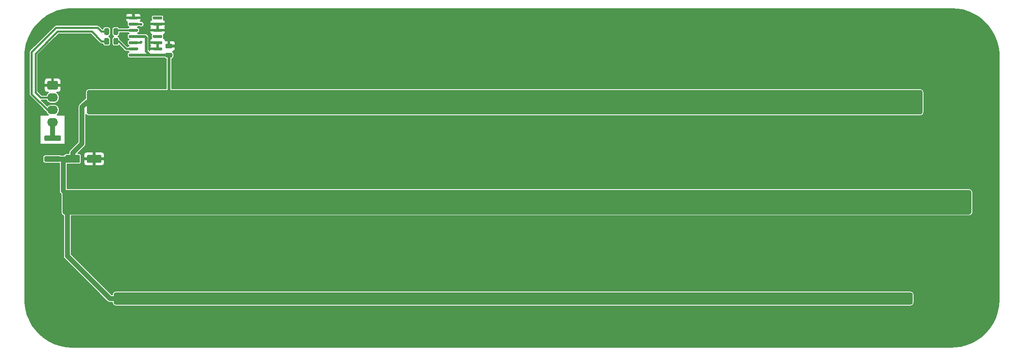
<source format=gbl>
%TF.GenerationSoftware,KiCad,Pcbnew,(5.1.6-0-10_14)*%
%TF.CreationDate,2020-11-10T16:11:35-05:00*%
%TF.ProjectId,honeylight,686f6e65-796c-4696-9768-742e6b696361,0.1.0*%
%TF.SameCoordinates,Original*%
%TF.FileFunction,Copper,L2,Bot*%
%TF.FilePolarity,Positive*%
%FSLAX46Y46*%
G04 Gerber Fmt 4.6, Leading zero omitted, Abs format (unit mm)*
G04 Created by KiCad (PCBNEW (5.1.6-0-10_14)) date 2020-11-10 16:11:35*
%MOMM*%
%LPD*%
G01*
G04 APERTURE LIST*
%TA.AperFunction,ComponentPad*%
%ADD10O,2.190000X1.740000*%
%TD*%
%TA.AperFunction,ComponentPad*%
%ADD11C,6.400000*%
%TD*%
%TA.AperFunction,ViaPad*%
%ADD12C,0.600000*%
%TD*%
%TA.AperFunction,ViaPad*%
%ADD13C,0.800000*%
%TD*%
%TA.AperFunction,Conductor*%
%ADD14C,1.000000*%
%TD*%
%TA.AperFunction,Conductor*%
%ADD15C,0.600000*%
%TD*%
%TA.AperFunction,Conductor*%
%ADD16C,0.400000*%
%TD*%
%TA.AperFunction,Conductor*%
%ADD17C,0.300000*%
%TD*%
G04 APERTURE END LIST*
D10*
%TO.P,J1,4*%
%TO.N,/+5V-Pre-Fuse*%
X56000000Y-73620000D03*
%TO.P,J1,3*%
%TO.N,/CI-Raw*%
X56000000Y-71080000D03*
%TO.P,J1,2*%
%TO.N,/DI-Raw*%
X56000000Y-68540000D03*
%TO.P,J1,1*%
%TO.N,GND*%
%TA.AperFunction,ComponentPad*%
G36*
G01*
X55154999Y-65130000D02*
X56845001Y-65130000D01*
G75*
G02*
X57095000Y-65379999I0J-249999D01*
G01*
X57095000Y-66620001D01*
G75*
G02*
X56845001Y-66870000I-249999J0D01*
G01*
X55154999Y-66870000D01*
G75*
G02*
X54905000Y-66620001I0J249999D01*
G01*
X54905000Y-65379999D01*
G75*
G02*
X55154999Y-65130000I249999J0D01*
G01*
G37*
%TD.AperFunction*%
%TD*%
%TO.P,U1,14*%
%TO.N,+5V*%
%TA.AperFunction,SMDPad,CuDef*%
G36*
G01*
X76500000Y-59960000D02*
X76500000Y-59660000D01*
G75*
G02*
X76650000Y-59510000I150000J0D01*
G01*
X78300000Y-59510000D01*
G75*
G02*
X78450000Y-59660000I0J-150000D01*
G01*
X78450000Y-59960000D01*
G75*
G02*
X78300000Y-60110000I-150000J0D01*
G01*
X76650000Y-60110000D01*
G75*
G02*
X76500000Y-59960000I0J150000D01*
G01*
G37*
%TD.AperFunction*%
%TO.P,U1,13*%
%TO.N,GND*%
%TA.AperFunction,SMDPad,CuDef*%
G36*
G01*
X76500000Y-58690000D02*
X76500000Y-58390000D01*
G75*
G02*
X76650000Y-58240000I150000J0D01*
G01*
X78300000Y-58240000D01*
G75*
G02*
X78450000Y-58390000I0J-150000D01*
G01*
X78450000Y-58690000D01*
G75*
G02*
X78300000Y-58840000I-150000J0D01*
G01*
X76650000Y-58840000D01*
G75*
G02*
X76500000Y-58690000I0J150000D01*
G01*
G37*
%TD.AperFunction*%
%TO.P,U1,12*%
%TA.AperFunction,SMDPad,CuDef*%
G36*
G01*
X76500000Y-57420000D02*
X76500000Y-57120000D01*
G75*
G02*
X76650000Y-56970000I150000J0D01*
G01*
X78300000Y-56970000D01*
G75*
G02*
X78450000Y-57120000I0J-150000D01*
G01*
X78450000Y-57420000D01*
G75*
G02*
X78300000Y-57570000I-150000J0D01*
G01*
X76650000Y-57570000D01*
G75*
G02*
X76500000Y-57420000I0J150000D01*
G01*
G37*
%TD.AperFunction*%
%TO.P,U1,11*%
%TO.N,Net-(U1-Pad11)*%
%TA.AperFunction,SMDPad,CuDef*%
G36*
G01*
X76500000Y-56150000D02*
X76500000Y-55850000D01*
G75*
G02*
X76650000Y-55700000I150000J0D01*
G01*
X78300000Y-55700000D01*
G75*
G02*
X78450000Y-55850000I0J-150000D01*
G01*
X78450000Y-56150000D01*
G75*
G02*
X78300000Y-56300000I-150000J0D01*
G01*
X76650000Y-56300000D01*
G75*
G02*
X76500000Y-56150000I0J150000D01*
G01*
G37*
%TD.AperFunction*%
%TO.P,U1,10*%
%TO.N,GND*%
%TA.AperFunction,SMDPad,CuDef*%
G36*
G01*
X76500000Y-54880000D02*
X76500000Y-54580000D01*
G75*
G02*
X76650000Y-54430000I150000J0D01*
G01*
X78300000Y-54430000D01*
G75*
G02*
X78450000Y-54580000I0J-150000D01*
G01*
X78450000Y-54880000D01*
G75*
G02*
X78300000Y-55030000I-150000J0D01*
G01*
X76650000Y-55030000D01*
G75*
G02*
X76500000Y-54880000I0J150000D01*
G01*
G37*
%TD.AperFunction*%
%TO.P,U1,9*%
%TA.AperFunction,SMDPad,CuDef*%
G36*
G01*
X76500000Y-53610000D02*
X76500000Y-53310000D01*
G75*
G02*
X76650000Y-53160000I150000J0D01*
G01*
X78300000Y-53160000D01*
G75*
G02*
X78450000Y-53310000I0J-150000D01*
G01*
X78450000Y-53610000D01*
G75*
G02*
X78300000Y-53760000I-150000J0D01*
G01*
X76650000Y-53760000D01*
G75*
G02*
X76500000Y-53610000I0J150000D01*
G01*
G37*
%TD.AperFunction*%
%TO.P,U1,8*%
%TO.N,Net-(U1-Pad8)*%
%TA.AperFunction,SMDPad,CuDef*%
G36*
G01*
X76500000Y-52340000D02*
X76500000Y-52040000D01*
G75*
G02*
X76650000Y-51890000I150000J0D01*
G01*
X78300000Y-51890000D01*
G75*
G02*
X78450000Y-52040000I0J-150000D01*
G01*
X78450000Y-52340000D01*
G75*
G02*
X78300000Y-52490000I-150000J0D01*
G01*
X76650000Y-52490000D01*
G75*
G02*
X76500000Y-52340000I0J150000D01*
G01*
G37*
%TD.AperFunction*%
%TO.P,U1,7*%
%TO.N,GND*%
%TA.AperFunction,SMDPad,CuDef*%
G36*
G01*
X71550000Y-52340000D02*
X71550000Y-52040000D01*
G75*
G02*
X71700000Y-51890000I150000J0D01*
G01*
X73350000Y-51890000D01*
G75*
G02*
X73500000Y-52040000I0J-150000D01*
G01*
X73500000Y-52340000D01*
G75*
G02*
X73350000Y-52490000I-150000J0D01*
G01*
X71700000Y-52490000D01*
G75*
G02*
X71550000Y-52340000I0J150000D01*
G01*
G37*
%TD.AperFunction*%
%TO.P,U1,6*%
%TO.N,/CI*%
%TA.AperFunction,SMDPad,CuDef*%
G36*
G01*
X71550000Y-53610000D02*
X71550000Y-53310000D01*
G75*
G02*
X71700000Y-53160000I150000J0D01*
G01*
X73350000Y-53160000D01*
G75*
G02*
X73500000Y-53310000I0J-150000D01*
G01*
X73500000Y-53610000D01*
G75*
G02*
X73350000Y-53760000I-150000J0D01*
G01*
X71700000Y-53760000D01*
G75*
G02*
X71550000Y-53610000I0J150000D01*
G01*
G37*
%TD.AperFunction*%
%TO.P,U1,5*%
%TO.N,/CI-Limited*%
%TA.AperFunction,SMDPad,CuDef*%
G36*
G01*
X71550000Y-54880000D02*
X71550000Y-54580000D01*
G75*
G02*
X71700000Y-54430000I150000J0D01*
G01*
X73350000Y-54430000D01*
G75*
G02*
X73500000Y-54580000I0J-150000D01*
G01*
X73500000Y-54880000D01*
G75*
G02*
X73350000Y-55030000I-150000J0D01*
G01*
X71700000Y-55030000D01*
G75*
G02*
X71550000Y-54880000I0J150000D01*
G01*
G37*
%TD.AperFunction*%
%TO.P,U1,4*%
%TO.N,+5V*%
%TA.AperFunction,SMDPad,CuDef*%
G36*
G01*
X71550000Y-56150000D02*
X71550000Y-55850000D01*
G75*
G02*
X71700000Y-55700000I150000J0D01*
G01*
X73350000Y-55700000D01*
G75*
G02*
X73500000Y-55850000I0J-150000D01*
G01*
X73500000Y-56150000D01*
G75*
G02*
X73350000Y-56300000I-150000J0D01*
G01*
X71700000Y-56300000D01*
G75*
G02*
X71550000Y-56150000I0J150000D01*
G01*
G37*
%TD.AperFunction*%
%TO.P,U1,3*%
%TO.N,/DI*%
%TA.AperFunction,SMDPad,CuDef*%
G36*
G01*
X71550000Y-57420000D02*
X71550000Y-57120000D01*
G75*
G02*
X71700000Y-56970000I150000J0D01*
G01*
X73350000Y-56970000D01*
G75*
G02*
X73500000Y-57120000I0J-150000D01*
G01*
X73500000Y-57420000D01*
G75*
G02*
X73350000Y-57570000I-150000J0D01*
G01*
X71700000Y-57570000D01*
G75*
G02*
X71550000Y-57420000I0J150000D01*
G01*
G37*
%TD.AperFunction*%
%TO.P,U1,2*%
%TO.N,/DI-Limited*%
%TA.AperFunction,SMDPad,CuDef*%
G36*
G01*
X71550000Y-58690000D02*
X71550000Y-58390000D01*
G75*
G02*
X71700000Y-58240000I150000J0D01*
G01*
X73350000Y-58240000D01*
G75*
G02*
X73500000Y-58390000I0J-150000D01*
G01*
X73500000Y-58690000D01*
G75*
G02*
X73350000Y-58840000I-150000J0D01*
G01*
X71700000Y-58840000D01*
G75*
G02*
X71550000Y-58690000I0J150000D01*
G01*
G37*
%TD.AperFunction*%
%TO.P,U1,1*%
%TO.N,+5V*%
%TA.AperFunction,SMDPad,CuDef*%
G36*
G01*
X71550000Y-59960000D02*
X71550000Y-59660000D01*
G75*
G02*
X71700000Y-59510000I150000J0D01*
G01*
X73350000Y-59510000D01*
G75*
G02*
X73500000Y-59660000I0J-150000D01*
G01*
X73500000Y-59960000D01*
G75*
G02*
X73350000Y-60110000I-150000J0D01*
G01*
X71700000Y-60110000D01*
G75*
G02*
X71550000Y-59960000I0J150000D01*
G01*
G37*
%TD.AperFunction*%
%TD*%
%TO.P,R2,2*%
%TO.N,/DI-Raw*%
%TA.AperFunction,SMDPad,CuDef*%
G36*
G01*
X67550000Y-56543750D02*
X67550000Y-57456250D01*
G75*
G02*
X67306250Y-57700000I-243750J0D01*
G01*
X66818750Y-57700000D01*
G75*
G02*
X66575000Y-57456250I0J243750D01*
G01*
X66575000Y-56543750D01*
G75*
G02*
X66818750Y-56300000I243750J0D01*
G01*
X67306250Y-56300000D01*
G75*
G02*
X67550000Y-56543750I0J-243750D01*
G01*
G37*
%TD.AperFunction*%
%TO.P,R2,1*%
%TO.N,/DI-Limited*%
%TA.AperFunction,SMDPad,CuDef*%
G36*
G01*
X69425000Y-56543750D02*
X69425000Y-57456250D01*
G75*
G02*
X69181250Y-57700000I-243750J0D01*
G01*
X68693750Y-57700000D01*
G75*
G02*
X68450000Y-57456250I0J243750D01*
G01*
X68450000Y-56543750D01*
G75*
G02*
X68693750Y-56300000I243750J0D01*
G01*
X69181250Y-56300000D01*
G75*
G02*
X69425000Y-56543750I0J-243750D01*
G01*
G37*
%TD.AperFunction*%
%TD*%
%TO.P,R1,2*%
%TO.N,/CI-Raw*%
%TA.AperFunction,SMDPad,CuDef*%
G36*
G01*
X67550000Y-54543750D02*
X67550000Y-55456250D01*
G75*
G02*
X67306250Y-55700000I-243750J0D01*
G01*
X66818750Y-55700000D01*
G75*
G02*
X66575000Y-55456250I0J243750D01*
G01*
X66575000Y-54543750D01*
G75*
G02*
X66818750Y-54300000I243750J0D01*
G01*
X67306250Y-54300000D01*
G75*
G02*
X67550000Y-54543750I0J-243750D01*
G01*
G37*
%TD.AperFunction*%
%TO.P,R1,1*%
%TO.N,/CI-Limited*%
%TA.AperFunction,SMDPad,CuDef*%
G36*
G01*
X69425000Y-54543750D02*
X69425000Y-55456250D01*
G75*
G02*
X69181250Y-55700000I-243750J0D01*
G01*
X68693750Y-55700000D01*
G75*
G02*
X68450000Y-55456250I0J243750D01*
G01*
X68450000Y-54543750D01*
G75*
G02*
X68693750Y-54300000I243750J0D01*
G01*
X69181250Y-54300000D01*
G75*
G02*
X69425000Y-54543750I0J-243750D01*
G01*
G37*
%TD.AperFunction*%
%TD*%
%TO.P,F1,2*%
%TO.N,/+5V-Pre-Fuse*%
%TA.AperFunction,SMDPad,CuDef*%
G36*
G01*
X57450001Y-77425000D02*
X54549999Y-77425000D01*
G75*
G02*
X54300000Y-77175001I0J249999D01*
G01*
X54300000Y-76549999D01*
G75*
G02*
X54549999Y-76300000I249999J0D01*
G01*
X57450001Y-76300000D01*
G75*
G02*
X57700000Y-76549999I0J-249999D01*
G01*
X57700000Y-77175001D01*
G75*
G02*
X57450001Y-77425000I-249999J0D01*
G01*
G37*
%TD.AperFunction*%
%TO.P,F1,1*%
%TO.N,+5V*%
%TA.AperFunction,SMDPad,CuDef*%
G36*
G01*
X57450001Y-81700000D02*
X54549999Y-81700000D01*
G75*
G02*
X54300000Y-81450001I0J249999D01*
G01*
X54300000Y-80824999D01*
G75*
G02*
X54549999Y-80575000I249999J0D01*
G01*
X57450001Y-80575000D01*
G75*
G02*
X57700000Y-80824999I0J-249999D01*
G01*
X57700000Y-81450001D01*
G75*
G02*
X57450001Y-81700000I-249999J0D01*
G01*
G37*
%TD.AperFunction*%
%TD*%
%TO.P,C6,2*%
%TO.N,+5V*%
%TA.AperFunction,SMDPad,CuDef*%
G36*
G01*
X79343750Y-59350000D02*
X80256250Y-59350000D01*
G75*
G02*
X80500000Y-59593750I0J-243750D01*
G01*
X80500000Y-60081250D01*
G75*
G02*
X80256250Y-60325000I-243750J0D01*
G01*
X79343750Y-60325000D01*
G75*
G02*
X79100000Y-60081250I0J243750D01*
G01*
X79100000Y-59593750D01*
G75*
G02*
X79343750Y-59350000I243750J0D01*
G01*
G37*
%TD.AperFunction*%
%TO.P,C6,1*%
%TO.N,GND*%
%TA.AperFunction,SMDPad,CuDef*%
G36*
G01*
X79343750Y-57475000D02*
X80256250Y-57475000D01*
G75*
G02*
X80500000Y-57718750I0J-243750D01*
G01*
X80500000Y-58206250D01*
G75*
G02*
X80256250Y-58450000I-243750J0D01*
G01*
X79343750Y-58450000D01*
G75*
G02*
X79100000Y-58206250I0J243750D01*
G01*
X79100000Y-57718750D01*
G75*
G02*
X79343750Y-57475000I243750J0D01*
G01*
G37*
%TD.AperFunction*%
%TD*%
%TO.P,C5,2*%
%TO.N,GND*%
%TA.AperFunction,SMDPad,CuDef*%
G36*
G01*
X63000000Y-81650000D02*
X63000000Y-80550000D01*
G75*
G02*
X63250000Y-80300000I250000J0D01*
G01*
X65750000Y-80300000D01*
G75*
G02*
X66000000Y-80550000I0J-250000D01*
G01*
X66000000Y-81650000D01*
G75*
G02*
X65750000Y-81900000I-250000J0D01*
G01*
X63250000Y-81900000D01*
G75*
G02*
X63000000Y-81650000I0J250000D01*
G01*
G37*
%TD.AperFunction*%
%TO.P,C5,1*%
%TO.N,+5V*%
%TA.AperFunction,SMDPad,CuDef*%
G36*
G01*
X58600000Y-81650000D02*
X58600000Y-80550000D01*
G75*
G02*
X58850000Y-80300000I250000J0D01*
G01*
X61350000Y-80300000D01*
G75*
G02*
X61600000Y-80550000I0J-250000D01*
G01*
X61600000Y-81650000D01*
G75*
G02*
X61350000Y-81900000I-250000J0D01*
G01*
X58850000Y-81900000D01*
G75*
G02*
X58600000Y-81650000I0J250000D01*
G01*
G37*
%TD.AperFunction*%
%TD*%
D11*
%TO.P,H8,1*%
%TO.N,GND*%
X240000000Y-110000000D03*
%TD*%
%TO.P,H7,1*%
%TO.N,GND*%
X240000000Y-60000000D03*
%TD*%
%TO.P,H6,1*%
%TO.N,GND*%
X162000000Y-115000000D03*
%TD*%
%TO.P,H5,1*%
%TO.N,GND*%
X162000000Y-55000000D03*
%TD*%
%TO.P,H4,1*%
%TO.N,GND*%
X138000000Y-115000000D03*
%TD*%
%TO.P,H3,1*%
%TO.N,GND*%
X138000000Y-55000000D03*
%TD*%
%TO.P,H2,1*%
%TO.N,GND*%
X60000000Y-110000000D03*
%TD*%
%TO.P,H1,1*%
%TO.N,GND*%
X60000000Y-60000000D03*
%TD*%
D12*
%TO.N,GND*%
X72000000Y-62000000D03*
X72000000Y-64000000D03*
X72000000Y-66000000D03*
X84000000Y-62000000D03*
X84000000Y-64000000D03*
X84000000Y-66000000D03*
X96000000Y-62000000D03*
X96000000Y-64000000D03*
X96000000Y-66000000D03*
X108000000Y-62000000D03*
X108000000Y-64000000D03*
X108000000Y-66000000D03*
X120000000Y-62000000D03*
X120000000Y-64000000D03*
X120000000Y-66000000D03*
X132000000Y-62000000D03*
X132000000Y-64000000D03*
X132000000Y-66000000D03*
X144000000Y-64000000D03*
X144000000Y-66000000D03*
X156000000Y-64000000D03*
X156000000Y-66000000D03*
X168000000Y-62000000D03*
X168000000Y-64000000D03*
X168000000Y-66000000D03*
X180000000Y-62000000D03*
X180000000Y-64000000D03*
X180000000Y-66000000D03*
X192000000Y-62000000D03*
X192000000Y-64000000D03*
X192000000Y-66000000D03*
X204000000Y-62000000D03*
X204000000Y-64000000D03*
X204000000Y-66000000D03*
X216000000Y-62000000D03*
X216000000Y-64000000D03*
X216000000Y-66000000D03*
X228000000Y-66000000D03*
X228000000Y-62000000D03*
X228000000Y-64000000D03*
X234000000Y-73000000D03*
X234000000Y-77000000D03*
X234000000Y-75000000D03*
X222000000Y-73000000D03*
X210000000Y-73000000D03*
X198000000Y-73000000D03*
X186000000Y-73000000D03*
X174000000Y-73000000D03*
X162000000Y-73000000D03*
X150000000Y-73000000D03*
X138000000Y-73000000D03*
X126000000Y-73000000D03*
X114000000Y-73000000D03*
X102000000Y-73000000D03*
X90000000Y-73000000D03*
X78000000Y-73000000D03*
X66000000Y-73000000D03*
X222000000Y-77000000D03*
X210000000Y-77000000D03*
X198000000Y-77000000D03*
X186000000Y-77000000D03*
X174000000Y-77000000D03*
X162000000Y-77000000D03*
X150000000Y-77000000D03*
X138000000Y-77000000D03*
X126000000Y-77000000D03*
X114000000Y-77000000D03*
X102000000Y-77000000D03*
X90000000Y-77000000D03*
X78000000Y-77000000D03*
X66000000Y-77000000D03*
X222000000Y-75000000D03*
X210000000Y-75000000D03*
X198000000Y-75000000D03*
X186000000Y-75000000D03*
X174000000Y-75000000D03*
X162000000Y-75000000D03*
X150000000Y-75000000D03*
X138000000Y-75000000D03*
X126000000Y-75000000D03*
X114000000Y-75000000D03*
X102000000Y-75000000D03*
X90000000Y-75000000D03*
X78000000Y-75000000D03*
X66000000Y-75000000D03*
X72000000Y-83000000D03*
X72000000Y-85000000D03*
X72000000Y-87000000D03*
X84000000Y-87000000D03*
X96000000Y-87000000D03*
X108000000Y-87000000D03*
X120000000Y-87000000D03*
X132000000Y-87000000D03*
X144000000Y-87000000D03*
X156000000Y-87000000D03*
X168000000Y-87000000D03*
X180000000Y-87000000D03*
X192000000Y-87000000D03*
X204000000Y-87000000D03*
X216000000Y-87000000D03*
X228000000Y-87000000D03*
X240000000Y-87000000D03*
X84000000Y-85000000D03*
X96000000Y-85000000D03*
X108000000Y-85000000D03*
X120000000Y-85000000D03*
X132000000Y-85000000D03*
X144000000Y-85000000D03*
X156000000Y-85000000D03*
X168000000Y-85000000D03*
X180000000Y-85000000D03*
X192000000Y-85000000D03*
X204000000Y-85000000D03*
X216000000Y-85000000D03*
X228000000Y-85000000D03*
X240000000Y-85000000D03*
X84000000Y-83000000D03*
X96000000Y-83000000D03*
X108000000Y-83000000D03*
X120000000Y-83000000D03*
X132000000Y-83000000D03*
X144000000Y-83000000D03*
X156000000Y-83000000D03*
X168000000Y-83000000D03*
X180000000Y-83000000D03*
X192000000Y-83000000D03*
X204000000Y-83000000D03*
X216000000Y-83000000D03*
X228000000Y-83000000D03*
X240000000Y-83000000D03*
X234000000Y-93000000D03*
X234000000Y-95000000D03*
X234000000Y-97000000D03*
X222000000Y-93000000D03*
X210000000Y-93000000D03*
X198000000Y-93000000D03*
X186000000Y-93000000D03*
X174000000Y-93000000D03*
X162000000Y-93000000D03*
X150000000Y-93000000D03*
X138000000Y-93000000D03*
X126000000Y-93000000D03*
X114000000Y-93000000D03*
X102000000Y-93000000D03*
X90000000Y-93000000D03*
X78000000Y-93000000D03*
X66000000Y-93000000D03*
X222000000Y-97000000D03*
X210000000Y-97000000D03*
X198000000Y-97000000D03*
X186000000Y-97000000D03*
X174000000Y-97000000D03*
X162000000Y-97000000D03*
X150000000Y-97000000D03*
X138000000Y-97000000D03*
X126000000Y-97000000D03*
X114000000Y-97000000D03*
X102000000Y-97000000D03*
X90000000Y-97000000D03*
X78000000Y-97000000D03*
X66000000Y-97000000D03*
X222000000Y-95000000D03*
X210000000Y-95000000D03*
X198000000Y-95000000D03*
X186000000Y-95000000D03*
X174000000Y-95000000D03*
X162000000Y-95000000D03*
X150000000Y-95000000D03*
X138000000Y-95000000D03*
X126000000Y-95000000D03*
X114000000Y-95000000D03*
X102000000Y-95000000D03*
X90000000Y-95000000D03*
X78000000Y-95000000D03*
X66000000Y-95000000D03*
X72000000Y-104000000D03*
X72000000Y-108000000D03*
X72000000Y-106000000D03*
X84000000Y-106000000D03*
X96000000Y-106000000D03*
X108000000Y-106000000D03*
X120000000Y-106000000D03*
X132000000Y-106000000D03*
X144000000Y-106000000D03*
X156000000Y-106000000D03*
X168000000Y-106000000D03*
X180000000Y-106000000D03*
X192000000Y-106000000D03*
X204000000Y-106000000D03*
X216000000Y-106000000D03*
X228000000Y-106000000D03*
X84000000Y-104000000D03*
X96000000Y-104000000D03*
X108000000Y-104000000D03*
X120000000Y-104000000D03*
X132000000Y-104000000D03*
X144000000Y-104000000D03*
X156000000Y-104000000D03*
X168000000Y-104000000D03*
X180000000Y-104000000D03*
X192000000Y-104000000D03*
X204000000Y-104000000D03*
X216000000Y-104000000D03*
X228000000Y-104000000D03*
X84000000Y-108000000D03*
X96000000Y-108000000D03*
X108000000Y-108000000D03*
X120000000Y-108000000D03*
X132000000Y-108000000D03*
X144000000Y-108000000D03*
X156000000Y-108000000D03*
X168000000Y-108000000D03*
X180000000Y-108000000D03*
X192000000Y-108000000D03*
X204000000Y-108000000D03*
X216000000Y-108000000D03*
X228000000Y-108000000D03*
X66000000Y-102000000D03*
X72000000Y-99000000D03*
X68000000Y-101000000D03*
X70000000Y-100000000D03*
X74000000Y-100000000D03*
X76000000Y-101000000D03*
X78000000Y-102000000D03*
X90000000Y-102000000D03*
X102000000Y-102000000D03*
X114000000Y-102000000D03*
X126000000Y-102000000D03*
X138000000Y-102000000D03*
X150000000Y-102000000D03*
X162000000Y-102000000D03*
X174000000Y-102000000D03*
X186000000Y-102000000D03*
X198000000Y-102000000D03*
X210000000Y-102000000D03*
X222000000Y-102000000D03*
X234000000Y-102000000D03*
X82000000Y-100000000D03*
X94000000Y-100000000D03*
X106000000Y-100000000D03*
X118000000Y-100000000D03*
X130000000Y-100000000D03*
X142000000Y-100000000D03*
X154000000Y-100000000D03*
X166000000Y-100000000D03*
X178000000Y-100000000D03*
X190000000Y-100000000D03*
X202000000Y-100000000D03*
X214000000Y-100000000D03*
X226000000Y-100000000D03*
X238000000Y-100000000D03*
X84000000Y-99000000D03*
X96000000Y-99000000D03*
X108000000Y-99000000D03*
X120000000Y-99000000D03*
X132000000Y-99000000D03*
X144000000Y-99000000D03*
X156000000Y-99000000D03*
X168000000Y-99000000D03*
X180000000Y-99000000D03*
X192000000Y-99000000D03*
X204000000Y-99000000D03*
X216000000Y-99000000D03*
X228000000Y-99000000D03*
X240000000Y-99000000D03*
X80000000Y-101000000D03*
X92000000Y-101000000D03*
X104000000Y-101000000D03*
X116000000Y-101000000D03*
X128000000Y-101000000D03*
X140000000Y-101000000D03*
X152000000Y-101000000D03*
X164000000Y-101000000D03*
X176000000Y-101000000D03*
X188000000Y-101000000D03*
X200000000Y-101000000D03*
X212000000Y-101000000D03*
X224000000Y-101000000D03*
X236000000Y-101000000D03*
X86000000Y-100000000D03*
X98000000Y-100000000D03*
X110000000Y-100000000D03*
X122000000Y-100000000D03*
X134000000Y-100000000D03*
X146000000Y-100000000D03*
X158000000Y-100000000D03*
X170000000Y-100000000D03*
X182000000Y-100000000D03*
X194000000Y-100000000D03*
X206000000Y-100000000D03*
X218000000Y-100000000D03*
X230000000Y-100000000D03*
X88000000Y-101000000D03*
X100000000Y-101000000D03*
X112000000Y-101000000D03*
X124000000Y-101000000D03*
X136000000Y-101000000D03*
X148000000Y-101000000D03*
X160000000Y-101000000D03*
X172000000Y-101000000D03*
X184000000Y-101000000D03*
X196000000Y-101000000D03*
X208000000Y-101000000D03*
X220000000Y-101000000D03*
X232000000Y-101000000D03*
X72000000Y-78000000D03*
X70000000Y-79000000D03*
X68000000Y-80000000D03*
X74000000Y-79000000D03*
X76000000Y-80000000D03*
X78000000Y-81000000D03*
X82000000Y-79000000D03*
X94000000Y-79000000D03*
X106000000Y-79000000D03*
X118000000Y-79000000D03*
X130000000Y-79000000D03*
X142000000Y-79000000D03*
X154000000Y-79000000D03*
X166000000Y-79000000D03*
X178000000Y-79000000D03*
X190000000Y-79000000D03*
X202000000Y-79000000D03*
X214000000Y-79000000D03*
X226000000Y-79000000D03*
X238000000Y-79000000D03*
X88000000Y-80000000D03*
X100000000Y-80000000D03*
X112000000Y-80000000D03*
X124000000Y-80000000D03*
X136000000Y-80000000D03*
X148000000Y-80000000D03*
X160000000Y-80000000D03*
X172000000Y-80000000D03*
X184000000Y-80000000D03*
X196000000Y-80000000D03*
X208000000Y-80000000D03*
X220000000Y-80000000D03*
X232000000Y-80000000D03*
X244000000Y-80000000D03*
X80000000Y-80000000D03*
X92000000Y-80000000D03*
X104000000Y-80000000D03*
X116000000Y-80000000D03*
X128000000Y-80000000D03*
X140000000Y-80000000D03*
X152000000Y-80000000D03*
X164000000Y-80000000D03*
X176000000Y-80000000D03*
X188000000Y-80000000D03*
X200000000Y-80000000D03*
X212000000Y-80000000D03*
X224000000Y-80000000D03*
X236000000Y-80000000D03*
X84000000Y-78000000D03*
X96000000Y-78000000D03*
X108000000Y-78000000D03*
X120000000Y-78000000D03*
X132000000Y-78000000D03*
X144000000Y-78000000D03*
X156000000Y-78000000D03*
X168000000Y-78000000D03*
X180000000Y-78000000D03*
X192000000Y-78000000D03*
X204000000Y-78000000D03*
X216000000Y-78000000D03*
X228000000Y-78000000D03*
X240000000Y-78000000D03*
X86000000Y-79000000D03*
X98000000Y-79000000D03*
X110000000Y-79000000D03*
X122000000Y-79000000D03*
X134000000Y-79000000D03*
X146000000Y-79000000D03*
X158000000Y-79000000D03*
X170000000Y-79000000D03*
X182000000Y-79000000D03*
X194000000Y-79000000D03*
X206000000Y-79000000D03*
X218000000Y-79000000D03*
X230000000Y-79000000D03*
X242000000Y-79000000D03*
X90000000Y-81000000D03*
X102000000Y-81000000D03*
X114000000Y-81000000D03*
X126000000Y-81000000D03*
X138000000Y-81000000D03*
X150000000Y-81000000D03*
X162000000Y-81000000D03*
X174000000Y-81000000D03*
X186000000Y-81000000D03*
X198000000Y-81000000D03*
X210000000Y-81000000D03*
X222000000Y-81000000D03*
X234000000Y-81000000D03*
X246000000Y-81000000D03*
X84000000Y-58000000D03*
X86000000Y-59000000D03*
X88000000Y-60000000D03*
X90000000Y-61000000D03*
X92000000Y-60000000D03*
X94000000Y-59000000D03*
X96000000Y-58000000D03*
X100000000Y-60000000D03*
X112000000Y-60000000D03*
X124000000Y-60000000D03*
X136000000Y-60000000D03*
X160000000Y-60000000D03*
X172000000Y-60000000D03*
X184000000Y-60000000D03*
X196000000Y-60000000D03*
X208000000Y-60000000D03*
X220000000Y-60000000D03*
X232000000Y-60000000D03*
X98000000Y-59000000D03*
X110000000Y-59000000D03*
X122000000Y-59000000D03*
X134000000Y-59000000D03*
X170000000Y-59000000D03*
X182000000Y-59000000D03*
X194000000Y-59000000D03*
X206000000Y-59000000D03*
X218000000Y-59000000D03*
X230000000Y-59000000D03*
X104000000Y-60000000D03*
X116000000Y-60000000D03*
X128000000Y-60000000D03*
X140000000Y-60000000D03*
X164000000Y-60000000D03*
X176000000Y-60000000D03*
X188000000Y-60000000D03*
X200000000Y-60000000D03*
X212000000Y-60000000D03*
X224000000Y-60000000D03*
X108000000Y-58000000D03*
X120000000Y-58000000D03*
X132000000Y-58000000D03*
X168000000Y-58000000D03*
X180000000Y-58000000D03*
X192000000Y-58000000D03*
X204000000Y-58000000D03*
X216000000Y-58000000D03*
X228000000Y-58000000D03*
X106000000Y-59000000D03*
X118000000Y-59000000D03*
X130000000Y-59000000D03*
X142000000Y-59000000D03*
X166000000Y-59000000D03*
X178000000Y-59000000D03*
X190000000Y-59000000D03*
X202000000Y-59000000D03*
X214000000Y-59000000D03*
X226000000Y-59000000D03*
X102000000Y-61000000D03*
X114000000Y-61000000D03*
X126000000Y-61000000D03*
X138000000Y-61000000D03*
X162000000Y-61000000D03*
X174000000Y-61000000D03*
X186000000Y-61000000D03*
X198000000Y-61000000D03*
X210000000Y-61000000D03*
X222000000Y-61000000D03*
X234000000Y-61000000D03*
X76500000Y-63350000D03*
X88500000Y-63350000D03*
X91500000Y-63350000D03*
X100500000Y-63350000D03*
X112500000Y-63350000D03*
X124500000Y-63350000D03*
X136500000Y-63350000D03*
X148500000Y-63350000D03*
X160500000Y-63350000D03*
X172500000Y-63350000D03*
X184500000Y-63350000D03*
X196500000Y-63350000D03*
X208500000Y-63350000D03*
X220500000Y-63350000D03*
X103500000Y-63350000D03*
X115500000Y-63350000D03*
X127500000Y-63350000D03*
X139500000Y-63350000D03*
X151500000Y-63350000D03*
X163500000Y-63350000D03*
X175500000Y-63350000D03*
X187500000Y-63350000D03*
X199500000Y-63350000D03*
X211500000Y-63350000D03*
X223500000Y-63350000D03*
X232500000Y-63350000D03*
X229500000Y-75550000D03*
X226500000Y-75550000D03*
X217500000Y-75550000D03*
X205500000Y-75550000D03*
X193500000Y-75550000D03*
X181500000Y-75550000D03*
X169500000Y-75550000D03*
X157500000Y-75550000D03*
X145500000Y-75550000D03*
X133500000Y-75550000D03*
X121500000Y-75550000D03*
X109500000Y-75550000D03*
X97500000Y-75550000D03*
X85500000Y-75550000D03*
X73500000Y-75550000D03*
X214500000Y-75550000D03*
X202500000Y-75550000D03*
X190500000Y-75550000D03*
X178500000Y-75550000D03*
X166500000Y-75550000D03*
X154500000Y-75550000D03*
X142500000Y-75550000D03*
X130500000Y-75550000D03*
X118500000Y-75550000D03*
X106500000Y-75550000D03*
X94500000Y-75550000D03*
X82500000Y-75550000D03*
X70500000Y-75550000D03*
X60500000Y-75550000D03*
X60000000Y-83000000D03*
X60000000Y-85000000D03*
X60000000Y-87000000D03*
X67500000Y-84150000D03*
X64500000Y-84150000D03*
X79500000Y-84150000D03*
X91500000Y-84150000D03*
X103500000Y-84150000D03*
X115500000Y-84150000D03*
X127500000Y-84150000D03*
X139500000Y-84150000D03*
X151500000Y-84150000D03*
X163500000Y-84150000D03*
X175500000Y-84150000D03*
X187500000Y-84150000D03*
X199500000Y-84150000D03*
X211500000Y-84150000D03*
X223500000Y-84150000D03*
X76500000Y-84150000D03*
X88500000Y-84150000D03*
X100500000Y-84150000D03*
X112500000Y-84150000D03*
X124500000Y-84150000D03*
X136500000Y-84150000D03*
X148500000Y-84150000D03*
X160500000Y-84150000D03*
X172500000Y-84150000D03*
X184500000Y-84150000D03*
X196500000Y-84150000D03*
X208500000Y-84150000D03*
X220500000Y-84150000D03*
X235500000Y-84150000D03*
X232500000Y-84150000D03*
X238500000Y-96250000D03*
X229500000Y-96250000D03*
X226500000Y-96250000D03*
X214500000Y-96250000D03*
X202500000Y-96250000D03*
X190500000Y-96250000D03*
X178500000Y-96250000D03*
X166500000Y-96250000D03*
X154500000Y-96250000D03*
X142500000Y-96250000D03*
X130500000Y-96250000D03*
X118500000Y-96250000D03*
X106500000Y-96250000D03*
X94500000Y-96250000D03*
X82500000Y-96250000D03*
X70500000Y-96250000D03*
X217500000Y-96250000D03*
X205500000Y-96250000D03*
X193500000Y-96250000D03*
X181500000Y-96250000D03*
X169500000Y-96250000D03*
X157500000Y-96250000D03*
X145500000Y-96250000D03*
X133500000Y-96250000D03*
X121500000Y-96250000D03*
X109500000Y-96250000D03*
X97500000Y-96250000D03*
X85500000Y-96250000D03*
X73500000Y-96250000D03*
X76500000Y-104950000D03*
X79500000Y-104950000D03*
X91500000Y-104950000D03*
X103500000Y-104950000D03*
X115500000Y-104950000D03*
X127500000Y-104950000D03*
X139500000Y-104950000D03*
X151500000Y-104950000D03*
X163500000Y-104950000D03*
X175500000Y-104950000D03*
X187500000Y-104950000D03*
X199500000Y-104950000D03*
X211500000Y-104950000D03*
X223500000Y-104950000D03*
X88500000Y-104950000D03*
X100500000Y-104950000D03*
X112500000Y-104950000D03*
X124500000Y-104950000D03*
X136500000Y-104950000D03*
X148500000Y-104950000D03*
X160500000Y-104950000D03*
X172500000Y-104950000D03*
X184500000Y-104950000D03*
X196500000Y-104950000D03*
X208500000Y-104950000D03*
X220500000Y-104950000D03*
X70500000Y-56000000D03*
X70500000Y-52200000D03*
X74500000Y-52200000D03*
D13*
%TO.N,+5V*%
X63600000Y-70700000D03*
X74400000Y-68200000D03*
X86400000Y-68200000D03*
X98400000Y-68200000D03*
X110400000Y-68200000D03*
X122400000Y-68200000D03*
X134400000Y-68200000D03*
X146400000Y-68200000D03*
X158400000Y-68200000D03*
X170400000Y-68200000D03*
X194400000Y-68200000D03*
X206400000Y-68200000D03*
X218400000Y-68200000D03*
X230400000Y-68200000D03*
X231600000Y-70700000D03*
X219600000Y-70700000D03*
X207600000Y-70700000D03*
X195600000Y-70700000D03*
X183600000Y-70700000D03*
X171600000Y-70700000D03*
X159600000Y-70700000D03*
X147600000Y-70700000D03*
X135600000Y-70700000D03*
X123600000Y-70700000D03*
X111600000Y-70700000D03*
X99600000Y-70700000D03*
X87600000Y-70700000D03*
X75600000Y-70700000D03*
X182400000Y-68200000D03*
X242400000Y-89000000D03*
X230400000Y-89000000D03*
X218400000Y-89000000D03*
X206400000Y-89000000D03*
X194400000Y-89000000D03*
X182400000Y-89000000D03*
X170400000Y-89000000D03*
X158400000Y-89000000D03*
X146400000Y-89000000D03*
X134400000Y-89000000D03*
X122400000Y-89000000D03*
X110400000Y-89000000D03*
X98400000Y-89000000D03*
X86400000Y-89000000D03*
X74400000Y-89000000D03*
X62400000Y-89000000D03*
X63600000Y-91400000D03*
X75600000Y-91400000D03*
X87600000Y-91400000D03*
X99600000Y-91400000D03*
X111600000Y-91400000D03*
X123600000Y-91400000D03*
X135600000Y-91400000D03*
X147600000Y-91400000D03*
X159600000Y-91400000D03*
X171600000Y-91400000D03*
X183600000Y-91400000D03*
X195600000Y-91400000D03*
X207600000Y-91400000D03*
X219600000Y-91400000D03*
X231600000Y-91400000D03*
X74400000Y-109800000D03*
X86400000Y-109800000D03*
X98400000Y-109800000D03*
X110400000Y-109800000D03*
X122400000Y-109800000D03*
X134400000Y-109800000D03*
X146400000Y-109800000D03*
X158400000Y-109800000D03*
X170400000Y-109800000D03*
X182400000Y-109800000D03*
X194400000Y-109800000D03*
X206400000Y-109800000D03*
X218400000Y-109800000D03*
X230400000Y-109800000D03*
D12*
%TO.N,/CI*%
X74100000Y-53500000D03*
%TO.N,/DI*%
X74100000Y-57200000D03*
%TD*%
D14*
%TO.N,+5V*%
X67750000Y-109750000D02*
X69000000Y-109750000D01*
X60062500Y-81137500D02*
X60100000Y-81100000D01*
X67750000Y-109750000D02*
X59400000Y-101400000D01*
X59400000Y-101400000D02*
X59000000Y-101000000D01*
X59000000Y-101000000D02*
X59000000Y-91500000D01*
X60100000Y-81100000D02*
X60100000Y-79900000D01*
X60100000Y-79900000D02*
X62000000Y-78000000D01*
X62000000Y-78000000D02*
X62000000Y-70500000D01*
X62000000Y-70500000D02*
X63000000Y-69500000D01*
X63000000Y-69500000D02*
X63600000Y-69500000D01*
D15*
X72525000Y-56000000D02*
X74900000Y-56000000D01*
X74900000Y-56000000D02*
X75100000Y-56200000D01*
X75100000Y-56200000D02*
X75100000Y-59000000D01*
X75910000Y-59810000D02*
X77475000Y-59810000D01*
X75100000Y-59000000D02*
X75910000Y-59810000D01*
X72525000Y-59810000D02*
X77475000Y-59810000D01*
X79772500Y-59810000D02*
X79800000Y-59837500D01*
X77475000Y-59810000D02*
X79772500Y-59810000D01*
X79800000Y-59837500D02*
X79800000Y-68000000D01*
D14*
X56000000Y-81137500D02*
X58162500Y-81137500D01*
X58162500Y-81137500D02*
X58162500Y-87662500D01*
X58162500Y-81137500D02*
X60062500Y-81137500D01*
X58162500Y-87662500D02*
X59000000Y-88500000D01*
D16*
%TO.N,/CI*%
X74060000Y-53460000D02*
X74100000Y-53500000D01*
X72525000Y-53460000D02*
X74060000Y-53460000D01*
%TO.N,/DI*%
X74030000Y-57270000D02*
X74100000Y-57200000D01*
X72525000Y-57270000D02*
X74030000Y-57270000D01*
D14*
%TO.N,/+5V-Pre-Fuse*%
X56000000Y-73620000D02*
X56000000Y-76862500D01*
D16*
%TO.N,/DI-Raw*%
X56000000Y-68540000D02*
X53540000Y-68540000D01*
X53540000Y-68540000D02*
X52500000Y-67500000D01*
X52500000Y-67500000D02*
X52500000Y-59500000D01*
X52500000Y-59500000D02*
X57000000Y-55000000D01*
X57000000Y-55000000D02*
X64000000Y-55000000D01*
X66000000Y-57000000D02*
X67062500Y-57000000D01*
X64000000Y-55000000D02*
X66000000Y-57000000D01*
%TO.N,/CI-Raw*%
X66000000Y-55000000D02*
X67062500Y-55000000D01*
X65200000Y-54200000D02*
X66000000Y-55000000D01*
X56000000Y-71080000D02*
X54980000Y-71080000D01*
X54980000Y-71080000D02*
X51700000Y-67800000D01*
X51700000Y-59200000D02*
X56700000Y-54200000D01*
X56700000Y-54200000D02*
X65200000Y-54200000D01*
X51700000Y-67800000D02*
X51700000Y-59200000D01*
%TO.N,/CI-Limited*%
X69207500Y-54730000D02*
X68937500Y-55000000D01*
X72525000Y-54730000D02*
X69207500Y-54730000D01*
%TO.N,/DI-Limited*%
X72525000Y-58540000D02*
X71040000Y-58540000D01*
X69500000Y-57000000D02*
X68937500Y-57000000D01*
X71040000Y-58540000D02*
X69500000Y-57000000D01*
%TD*%
D17*
%TO.N,+5V*%
G36*
X233590252Y-67163176D02*
G01*
X233674354Y-67198013D01*
X233746572Y-67253428D01*
X233801987Y-67325646D01*
X233836824Y-67409748D01*
X233850000Y-67509834D01*
X233850000Y-71490166D01*
X233836824Y-71590252D01*
X233801987Y-71674354D01*
X233746572Y-71746572D01*
X233674354Y-71801987D01*
X233590252Y-71836824D01*
X233490166Y-71850000D01*
X63509834Y-71850000D01*
X63409748Y-71836824D01*
X63325646Y-71801987D01*
X63253428Y-71746572D01*
X63198013Y-71674354D01*
X63163176Y-71590252D01*
X63150000Y-71490166D01*
X63150000Y-67509834D01*
X63163176Y-67409748D01*
X63198013Y-67325646D01*
X63253428Y-67253428D01*
X63325646Y-67198013D01*
X63409748Y-67163176D01*
X63509834Y-67150000D01*
X233490166Y-67150000D01*
X233590252Y-67163176D01*
G37*
X233590252Y-67163176D02*
X233674354Y-67198013D01*
X233746572Y-67253428D01*
X233801987Y-67325646D01*
X233836824Y-67409748D01*
X233850000Y-67509834D01*
X233850000Y-71490166D01*
X233836824Y-71590252D01*
X233801987Y-71674354D01*
X233746572Y-71746572D01*
X233674354Y-71801987D01*
X233590252Y-71836824D01*
X233490166Y-71850000D01*
X63509834Y-71850000D01*
X63409748Y-71836824D01*
X63325646Y-71801987D01*
X63253428Y-71746572D01*
X63198013Y-71674354D01*
X63163176Y-71590252D01*
X63150000Y-71490166D01*
X63150000Y-67509834D01*
X63163176Y-67409748D01*
X63198013Y-67325646D01*
X63253428Y-67253428D01*
X63325646Y-67198013D01*
X63409748Y-67163176D01*
X63509834Y-67150000D01*
X233490166Y-67150000D01*
X233590252Y-67163176D01*
G36*
X243590252Y-87663176D02*
G01*
X243674354Y-87698013D01*
X243746572Y-87753428D01*
X243801987Y-87825646D01*
X243836824Y-87909748D01*
X243850000Y-88009834D01*
X243850000Y-91990166D01*
X243836824Y-92090252D01*
X243801987Y-92174354D01*
X243746572Y-92246572D01*
X243674354Y-92301987D01*
X243590252Y-92336824D01*
X243490166Y-92350000D01*
X58509834Y-92350000D01*
X58409748Y-92336824D01*
X58325646Y-92301987D01*
X58253428Y-92246572D01*
X58198013Y-92174354D01*
X58163176Y-92090252D01*
X58150000Y-91990166D01*
X58150000Y-88009834D01*
X58163176Y-87909748D01*
X58198013Y-87825646D01*
X58253428Y-87753428D01*
X58325646Y-87698013D01*
X58409748Y-87663176D01*
X58509834Y-87650000D01*
X243490166Y-87650000D01*
X243590252Y-87663176D01*
G37*
X243590252Y-87663176D02*
X243674354Y-87698013D01*
X243746572Y-87753428D01*
X243801987Y-87825646D01*
X243836824Y-87909748D01*
X243850000Y-88009834D01*
X243850000Y-91990166D01*
X243836824Y-92090252D01*
X243801987Y-92174354D01*
X243746572Y-92246572D01*
X243674354Y-92301987D01*
X243590252Y-92336824D01*
X243490166Y-92350000D01*
X58509834Y-92350000D01*
X58409748Y-92336824D01*
X58325646Y-92301987D01*
X58253428Y-92246572D01*
X58198013Y-92174354D01*
X58163176Y-92090252D01*
X58150000Y-91990166D01*
X58150000Y-88009834D01*
X58163176Y-87909748D01*
X58198013Y-87825646D01*
X58253428Y-87753428D01*
X58325646Y-87698013D01*
X58409748Y-87663176D01*
X58509834Y-87650000D01*
X243490166Y-87650000D01*
X243590252Y-87663176D01*
G36*
X231590252Y-108663176D02*
G01*
X231674354Y-108698013D01*
X231746572Y-108753428D01*
X231801987Y-108825646D01*
X231836824Y-108909748D01*
X231850000Y-109009834D01*
X231850000Y-110490166D01*
X231836824Y-110590252D01*
X231801987Y-110674354D01*
X231746572Y-110746572D01*
X231674354Y-110801987D01*
X231590252Y-110836824D01*
X231490166Y-110850000D01*
X69009834Y-110850000D01*
X68909748Y-110836824D01*
X68825646Y-110801987D01*
X68753428Y-110746572D01*
X68698013Y-110674354D01*
X68663176Y-110590252D01*
X68650000Y-110490166D01*
X68650000Y-109009834D01*
X68663176Y-108909748D01*
X68698013Y-108825646D01*
X68753428Y-108753428D01*
X68825646Y-108698013D01*
X68909748Y-108663176D01*
X69009834Y-108650000D01*
X231490166Y-108650000D01*
X231590252Y-108663176D01*
G37*
X231590252Y-108663176D02*
X231674354Y-108698013D01*
X231746572Y-108753428D01*
X231801987Y-108825646D01*
X231836824Y-108909748D01*
X231850000Y-109009834D01*
X231850000Y-110490166D01*
X231836824Y-110590252D01*
X231801987Y-110674354D01*
X231746572Y-110746572D01*
X231674354Y-110801987D01*
X231590252Y-110836824D01*
X231490166Y-110850000D01*
X69009834Y-110850000D01*
X68909748Y-110836824D01*
X68825646Y-110801987D01*
X68753428Y-110746572D01*
X68698013Y-110674354D01*
X68663176Y-110590252D01*
X68650000Y-110490166D01*
X68650000Y-109009834D01*
X68663176Y-108909748D01*
X68698013Y-108825646D01*
X68753428Y-108753428D01*
X68825646Y-108698013D01*
X68909748Y-108663176D01*
X69009834Y-108650000D01*
X231490166Y-108650000D01*
X231590252Y-108663176D01*
%TO.N,GND*%
G36*
X241206237Y-50451631D02*
G01*
X242393460Y-50678106D01*
X243542926Y-51051590D01*
X244636521Y-51566197D01*
X245657000Y-52213813D01*
X246588258Y-52984217D01*
X247415620Y-53865268D01*
X248126029Y-54843063D01*
X248708291Y-55902192D01*
X249153212Y-57025934D01*
X249453787Y-58196597D01*
X249606007Y-59401548D01*
X249625000Y-60005892D01*
X249625001Y-109988200D01*
X249548369Y-111206237D01*
X249321894Y-112393458D01*
X248948410Y-113542926D01*
X248433803Y-114636521D01*
X247786187Y-115657000D01*
X247015783Y-116588258D01*
X246134736Y-117415616D01*
X245156941Y-118126027D01*
X244097808Y-118708291D01*
X242974063Y-119153212D01*
X241803403Y-119453787D01*
X240598451Y-119606007D01*
X239994108Y-119625000D01*
X60011784Y-119625000D01*
X58793763Y-119548369D01*
X57606542Y-119321894D01*
X56457074Y-118948410D01*
X55363479Y-118433803D01*
X54343000Y-117786187D01*
X53411742Y-117015783D01*
X52584384Y-116134736D01*
X51873973Y-115156941D01*
X51291709Y-114097808D01*
X50846788Y-112974063D01*
X50546213Y-111803403D01*
X50393993Y-110598451D01*
X50375000Y-109994108D01*
X50375000Y-80824999D01*
X53948307Y-80824999D01*
X53948307Y-81450001D01*
X53959868Y-81567385D01*
X53994108Y-81680259D01*
X54049710Y-81784283D01*
X54124539Y-81875461D01*
X54215717Y-81950290D01*
X54319741Y-82005892D01*
X54432615Y-82040132D01*
X54549999Y-82051693D01*
X57312500Y-82051693D01*
X57312501Y-87620749D01*
X57308389Y-87662500D01*
X57324800Y-87829129D01*
X57373403Y-87989354D01*
X57373404Y-87989355D01*
X57452333Y-88137019D01*
X57558553Y-88266448D01*
X57590981Y-88293061D01*
X57650000Y-88352080D01*
X57650000Y-92000000D01*
X57652994Y-92045684D01*
X57670031Y-92175094D01*
X57693679Y-92263349D01*
X57743629Y-92383939D01*
X57789315Y-92463068D01*
X57868775Y-92566621D01*
X57933379Y-92631225D01*
X58036932Y-92710685D01*
X58116061Y-92756371D01*
X58150001Y-92770429D01*
X58150000Y-100958259D01*
X58145889Y-101000000D01*
X58150000Y-101041741D01*
X58150000Y-101041748D01*
X58153093Y-101073146D01*
X58162300Y-101166629D01*
X58182546Y-101233371D01*
X58210903Y-101326854D01*
X58289832Y-101474518D01*
X58396052Y-101603948D01*
X58428485Y-101630565D01*
X58828480Y-102030561D01*
X58828486Y-102030566D01*
X67119439Y-110321520D01*
X67146052Y-110353948D01*
X67275481Y-110460168D01*
X67414818Y-110534646D01*
X67423145Y-110539097D01*
X67583370Y-110587700D01*
X67599013Y-110589241D01*
X67708251Y-110600000D01*
X67708258Y-110600000D01*
X67749999Y-110604111D01*
X67791740Y-110600000D01*
X68160145Y-110600000D01*
X68170031Y-110675094D01*
X68193679Y-110763349D01*
X68243629Y-110883939D01*
X68289315Y-110963068D01*
X68368775Y-111066621D01*
X68433379Y-111131225D01*
X68536932Y-111210685D01*
X68616061Y-111256371D01*
X68736651Y-111306321D01*
X68824906Y-111329969D01*
X68954316Y-111347006D01*
X69000000Y-111350000D01*
X231500000Y-111350000D01*
X231545684Y-111347006D01*
X231675094Y-111329969D01*
X231763349Y-111306321D01*
X231883939Y-111256371D01*
X231963068Y-111210685D01*
X232066621Y-111131225D01*
X232131225Y-111066621D01*
X232210685Y-110963068D01*
X232256371Y-110883939D01*
X232306321Y-110763349D01*
X232329969Y-110675094D01*
X232347006Y-110545684D01*
X232350000Y-110500000D01*
X232350000Y-109000000D01*
X232347006Y-108954316D01*
X232329969Y-108824906D01*
X232306321Y-108736651D01*
X232256371Y-108616061D01*
X232210685Y-108536932D01*
X232131225Y-108433379D01*
X232066621Y-108368775D01*
X231963068Y-108289315D01*
X231883939Y-108243629D01*
X231763349Y-108193679D01*
X231675094Y-108170031D01*
X231545684Y-108152994D01*
X231500000Y-108150000D01*
X69000000Y-108150000D01*
X68954316Y-108152994D01*
X68824906Y-108170031D01*
X68736651Y-108193679D01*
X68616061Y-108243629D01*
X68536932Y-108289315D01*
X68433379Y-108368775D01*
X68368775Y-108433379D01*
X68289315Y-108536932D01*
X68243629Y-108616061D01*
X68193679Y-108736651D01*
X68170031Y-108824906D01*
X68160145Y-108900000D01*
X68102081Y-108900000D01*
X60030566Y-100828486D01*
X60030561Y-100828480D01*
X59850000Y-100647919D01*
X59850000Y-92850000D01*
X243500000Y-92850000D01*
X243545684Y-92847006D01*
X243675094Y-92829969D01*
X243763349Y-92806321D01*
X243883939Y-92756371D01*
X243963068Y-92710685D01*
X244066621Y-92631225D01*
X244131225Y-92566621D01*
X244210685Y-92463068D01*
X244256371Y-92383939D01*
X244306321Y-92263349D01*
X244329969Y-92175094D01*
X244347006Y-92045684D01*
X244350000Y-92000000D01*
X244350000Y-88000000D01*
X244347006Y-87954316D01*
X244329969Y-87824906D01*
X244306321Y-87736651D01*
X244256371Y-87616061D01*
X244210685Y-87536932D01*
X244131225Y-87433379D01*
X244066621Y-87368775D01*
X243963068Y-87289315D01*
X243883939Y-87243629D01*
X243763349Y-87193679D01*
X243675094Y-87170031D01*
X243545684Y-87152994D01*
X243500000Y-87150000D01*
X59012500Y-87150000D01*
X59012500Y-82251693D01*
X61350000Y-82251693D01*
X61467384Y-82240132D01*
X61580258Y-82205892D01*
X61684283Y-82150289D01*
X61775461Y-82075461D01*
X61850289Y-81984283D01*
X61895339Y-81900000D01*
X62338816Y-81900000D01*
X62351520Y-82028991D01*
X62389146Y-82153024D01*
X62450246Y-82267334D01*
X62532472Y-82367528D01*
X62632666Y-82449754D01*
X62746976Y-82510854D01*
X62871009Y-82548480D01*
X63000000Y-82561184D01*
X64231500Y-82558000D01*
X64396000Y-82393500D01*
X64396000Y-81204000D01*
X64604000Y-81204000D01*
X64604000Y-82393500D01*
X64768500Y-82558000D01*
X66000000Y-82561184D01*
X66128991Y-82548480D01*
X66253024Y-82510854D01*
X66367334Y-82449754D01*
X66467528Y-82367528D01*
X66549754Y-82267334D01*
X66610854Y-82153024D01*
X66648480Y-82028991D01*
X66661184Y-81900000D01*
X66658000Y-81368500D01*
X66493500Y-81204000D01*
X64604000Y-81204000D01*
X64396000Y-81204000D01*
X62506500Y-81204000D01*
X62342000Y-81368500D01*
X62338816Y-81900000D01*
X61895339Y-81900000D01*
X61905892Y-81880258D01*
X61940132Y-81767384D01*
X61951693Y-81650000D01*
X61951693Y-80550000D01*
X61940132Y-80432616D01*
X61905892Y-80319742D01*
X61895340Y-80300000D01*
X62338816Y-80300000D01*
X62342000Y-80831500D01*
X62506500Y-80996000D01*
X64396000Y-80996000D01*
X64396000Y-79806500D01*
X64604000Y-79806500D01*
X64604000Y-80996000D01*
X66493500Y-80996000D01*
X66658000Y-80831500D01*
X66661184Y-80300000D01*
X66648480Y-80171009D01*
X66610854Y-80046976D01*
X66549754Y-79932666D01*
X66467528Y-79832472D01*
X66367334Y-79750246D01*
X66253024Y-79689146D01*
X66128991Y-79651520D01*
X66000000Y-79638816D01*
X64768500Y-79642000D01*
X64604000Y-79806500D01*
X64396000Y-79806500D01*
X64231500Y-79642000D01*
X63000000Y-79638816D01*
X62871009Y-79651520D01*
X62746976Y-79689146D01*
X62632666Y-79750246D01*
X62532472Y-79832472D01*
X62450246Y-79932666D01*
X62389146Y-80046976D01*
X62351520Y-80171009D01*
X62338816Y-80300000D01*
X61895340Y-80300000D01*
X61850289Y-80215717D01*
X61775461Y-80124539D01*
X61684283Y-80049711D01*
X61580258Y-79994108D01*
X61467384Y-79959868D01*
X61350000Y-79948307D01*
X61253773Y-79948307D01*
X62571521Y-78630560D01*
X62603948Y-78603948D01*
X62710168Y-78474519D01*
X62789097Y-78326855D01*
X62837700Y-78166629D01*
X62850000Y-78041749D01*
X62850000Y-78041741D01*
X62854111Y-78000000D01*
X62850000Y-77958259D01*
X62850000Y-72042153D01*
X62868775Y-72066621D01*
X62933379Y-72131225D01*
X63036932Y-72210685D01*
X63116061Y-72256371D01*
X63236651Y-72306321D01*
X63324906Y-72329969D01*
X63454316Y-72347006D01*
X63500000Y-72350000D01*
X233500000Y-72350000D01*
X233545684Y-72347006D01*
X233675094Y-72329969D01*
X233763349Y-72306321D01*
X233883939Y-72256371D01*
X233963068Y-72210685D01*
X234066621Y-72131225D01*
X234131225Y-72066621D01*
X234210685Y-71963068D01*
X234256371Y-71883939D01*
X234306321Y-71763349D01*
X234329969Y-71675094D01*
X234347006Y-71545684D01*
X234350000Y-71500000D01*
X234350000Y-67500000D01*
X234347006Y-67454316D01*
X234329969Y-67324906D01*
X234306321Y-67236651D01*
X234256371Y-67116061D01*
X234210685Y-67036932D01*
X234131225Y-66933379D01*
X234066621Y-66868775D01*
X233963068Y-66789315D01*
X233883939Y-66743629D01*
X233763349Y-66693679D01*
X233675094Y-66670031D01*
X233545684Y-66652994D01*
X233500000Y-66650000D01*
X80450000Y-66650000D01*
X80450000Y-60641717D01*
X80484116Y-60631368D01*
X80587060Y-60576343D01*
X80677292Y-60502292D01*
X80751343Y-60412060D01*
X80806368Y-60309116D01*
X80840252Y-60197415D01*
X80851693Y-60081250D01*
X80851693Y-59593750D01*
X80840252Y-59477585D01*
X80806368Y-59365884D01*
X80751343Y-59262940D01*
X80677292Y-59172708D01*
X80591360Y-59102186D01*
X80628991Y-59098480D01*
X80753024Y-59060854D01*
X80867334Y-58999754D01*
X80967528Y-58917528D01*
X81049754Y-58817334D01*
X81110854Y-58703024D01*
X81148480Y-58578991D01*
X81161184Y-58450000D01*
X81158000Y-58231000D01*
X80993500Y-58066500D01*
X79904000Y-58066500D01*
X79904000Y-58086500D01*
X79696000Y-58086500D01*
X79696000Y-58066500D01*
X79676000Y-58066500D01*
X79676000Y-57858500D01*
X79696000Y-57858500D01*
X79696000Y-56981500D01*
X79904000Y-56981500D01*
X79904000Y-57858500D01*
X80993500Y-57858500D01*
X81158000Y-57694000D01*
X81161184Y-57475000D01*
X81148480Y-57346009D01*
X81110854Y-57221976D01*
X81049754Y-57107666D01*
X80967528Y-57007472D01*
X80867334Y-56925246D01*
X80753024Y-56864146D01*
X80628991Y-56826520D01*
X80500000Y-56813816D01*
X80068500Y-56817000D01*
X79904000Y-56981500D01*
X79696000Y-56981500D01*
X79531500Y-56817000D01*
X79100000Y-56813816D01*
X79090514Y-56814750D01*
X79060854Y-56716976D01*
X78999754Y-56602666D01*
X78917528Y-56502472D01*
X78817334Y-56420246D01*
X78742932Y-56380477D01*
X78763504Y-56341990D01*
X78792053Y-56247875D01*
X78801693Y-56150000D01*
X78801693Y-55850000D01*
X78792053Y-55752125D01*
X78763504Y-55658010D01*
X78742932Y-55619523D01*
X78817334Y-55579754D01*
X78917528Y-55497528D01*
X78999754Y-55397334D01*
X79060854Y-55283024D01*
X79098480Y-55158991D01*
X79111184Y-55030000D01*
X79108000Y-54998500D01*
X78943500Y-54834000D01*
X77579000Y-54834000D01*
X77579000Y-54854000D01*
X77371000Y-54854000D01*
X77371000Y-54834000D01*
X76006500Y-54834000D01*
X75842000Y-54998500D01*
X75838816Y-55030000D01*
X75851520Y-55158991D01*
X75889146Y-55283024D01*
X75950246Y-55397334D01*
X76032472Y-55497528D01*
X76132666Y-55579754D01*
X76207068Y-55619523D01*
X76186496Y-55658010D01*
X76157947Y-55752125D01*
X76148307Y-55850000D01*
X76148307Y-56150000D01*
X76157947Y-56247875D01*
X76186496Y-56341990D01*
X76207068Y-56380477D01*
X76132666Y-56420246D01*
X76032472Y-56502472D01*
X75950246Y-56602666D01*
X75889146Y-56716976D01*
X75851520Y-56841009D01*
X75838816Y-56970000D01*
X75842000Y-57001500D01*
X76006500Y-57166000D01*
X77371000Y-57166000D01*
X77371000Y-57146000D01*
X77579000Y-57146000D01*
X77579000Y-57166000D01*
X77599000Y-57166000D01*
X77599000Y-57374000D01*
X77579000Y-57374000D01*
X77579000Y-58436000D01*
X77599000Y-58436000D01*
X77599000Y-58644000D01*
X77579000Y-58644000D01*
X77579000Y-58664000D01*
X77371000Y-58664000D01*
X77371000Y-58644000D01*
X76006500Y-58644000D01*
X75842000Y-58808500D01*
X75840691Y-58821452D01*
X75750000Y-58730762D01*
X75750000Y-57570000D01*
X75838816Y-57570000D01*
X75851520Y-57698991D01*
X75889146Y-57823024D01*
X75932963Y-57905000D01*
X75889146Y-57986976D01*
X75851520Y-58111009D01*
X75838816Y-58240000D01*
X75842000Y-58271500D01*
X76006500Y-58436000D01*
X77371000Y-58436000D01*
X77371000Y-57374000D01*
X76006500Y-57374000D01*
X75842000Y-57538500D01*
X75838816Y-57570000D01*
X75750000Y-57570000D01*
X75750000Y-56231924D01*
X75753144Y-56200000D01*
X75750000Y-56168076D01*
X75750000Y-56168068D01*
X75740595Y-56072578D01*
X75703427Y-55950052D01*
X75643070Y-55837132D01*
X75561843Y-55738157D01*
X75537035Y-55717797D01*
X75382201Y-55562963D01*
X75361843Y-55538157D01*
X75262868Y-55456930D01*
X75149948Y-55396573D01*
X75027422Y-55359405D01*
X74931932Y-55350000D01*
X74931921Y-55350000D01*
X74900000Y-55346856D01*
X74868079Y-55350000D01*
X73520575Y-55350000D01*
X73541990Y-55343504D01*
X73628726Y-55297142D01*
X73704751Y-55234751D01*
X73767142Y-55158726D01*
X73813504Y-55071990D01*
X73842053Y-54977875D01*
X73851693Y-54880000D01*
X73851693Y-54580000D01*
X73842053Y-54482125D01*
X73813504Y-54388010D01*
X73767142Y-54301274D01*
X73704751Y-54225249D01*
X73628726Y-54162858D01*
X73541990Y-54116496D01*
X73471126Y-54095000D01*
X73541990Y-54073504D01*
X73628726Y-54027142D01*
X73649614Y-54010000D01*
X73693300Y-54010000D01*
X73792110Y-54076022D01*
X73910402Y-54125021D01*
X74035981Y-54150000D01*
X74164019Y-54150000D01*
X74289598Y-54125021D01*
X74407890Y-54076022D01*
X74514351Y-54004888D01*
X74604888Y-53914351D01*
X74676022Y-53807890D01*
X74695859Y-53760000D01*
X75838816Y-53760000D01*
X75851520Y-53888991D01*
X75889146Y-54013024D01*
X75932963Y-54095000D01*
X75889146Y-54176976D01*
X75851520Y-54301009D01*
X75838816Y-54430000D01*
X75842000Y-54461500D01*
X76006500Y-54626000D01*
X77371000Y-54626000D01*
X77371000Y-53564000D01*
X77579000Y-53564000D01*
X77579000Y-54626000D01*
X78943500Y-54626000D01*
X79108000Y-54461500D01*
X79111184Y-54430000D01*
X79098480Y-54301009D01*
X79060854Y-54176976D01*
X79017037Y-54095000D01*
X79060854Y-54013024D01*
X79098480Y-53888991D01*
X79111184Y-53760000D01*
X79108000Y-53728500D01*
X78943500Y-53564000D01*
X77579000Y-53564000D01*
X77371000Y-53564000D01*
X76006500Y-53564000D01*
X75842000Y-53728500D01*
X75838816Y-53760000D01*
X74695859Y-53760000D01*
X74725021Y-53689598D01*
X74750000Y-53564019D01*
X74750000Y-53435981D01*
X74725021Y-53310402D01*
X74676022Y-53192110D01*
X74654568Y-53160000D01*
X75838816Y-53160000D01*
X75842000Y-53191500D01*
X76006500Y-53356000D01*
X77371000Y-53356000D01*
X77371000Y-53336000D01*
X77579000Y-53336000D01*
X77579000Y-53356000D01*
X78943500Y-53356000D01*
X79108000Y-53191500D01*
X79111184Y-53160000D01*
X79098480Y-53031009D01*
X79060854Y-52906976D01*
X78999754Y-52792666D01*
X78917528Y-52692472D01*
X78817334Y-52610246D01*
X78742932Y-52570477D01*
X78763504Y-52531990D01*
X78792053Y-52437875D01*
X78801693Y-52340000D01*
X78801693Y-52040000D01*
X78792053Y-51942125D01*
X78763504Y-51848010D01*
X78717142Y-51761274D01*
X78654751Y-51685249D01*
X78578726Y-51622858D01*
X78491990Y-51576496D01*
X78397875Y-51547947D01*
X78300000Y-51538307D01*
X76650000Y-51538307D01*
X76552125Y-51547947D01*
X76458010Y-51576496D01*
X76371274Y-51622858D01*
X76295249Y-51685249D01*
X76232858Y-51761274D01*
X76186496Y-51848010D01*
X76157947Y-51942125D01*
X76148307Y-52040000D01*
X76148307Y-52340000D01*
X76157947Y-52437875D01*
X76186496Y-52531990D01*
X76207068Y-52570477D01*
X76132666Y-52610246D01*
X76032472Y-52692472D01*
X75950246Y-52792666D01*
X75889146Y-52906976D01*
X75851520Y-53031009D01*
X75838816Y-53160000D01*
X74654568Y-53160000D01*
X74604888Y-53085649D01*
X74514351Y-52995112D01*
X74407890Y-52923978D01*
X74289598Y-52874979D01*
X74164019Y-52850000D01*
X74053674Y-52850000D01*
X74110854Y-52743024D01*
X74148480Y-52618991D01*
X74161184Y-52490000D01*
X74158000Y-52458500D01*
X73993500Y-52294000D01*
X72629000Y-52294000D01*
X72629000Y-52314000D01*
X72421000Y-52314000D01*
X72421000Y-52294000D01*
X71056500Y-52294000D01*
X70892000Y-52458500D01*
X70888816Y-52490000D01*
X70901520Y-52618991D01*
X70939146Y-52743024D01*
X71000246Y-52857334D01*
X71082472Y-52957528D01*
X71182666Y-53039754D01*
X71257068Y-53079523D01*
X71236496Y-53118010D01*
X71207947Y-53212125D01*
X71198307Y-53310000D01*
X71198307Y-53610000D01*
X71207947Y-53707875D01*
X71236496Y-53801990D01*
X71282858Y-53888726D01*
X71345249Y-53964751D01*
X71421274Y-54027142D01*
X71508010Y-54073504D01*
X71578874Y-54095000D01*
X71508010Y-54116496D01*
X71421274Y-54162858D01*
X71400386Y-54180000D01*
X69649310Y-54180000D01*
X69602292Y-54122708D01*
X69512060Y-54048657D01*
X69409116Y-53993632D01*
X69297415Y-53959748D01*
X69181250Y-53948307D01*
X68693750Y-53948307D01*
X68577585Y-53959748D01*
X68465884Y-53993632D01*
X68362940Y-54048657D01*
X68272708Y-54122708D01*
X68198657Y-54212940D01*
X68143632Y-54315884D01*
X68109748Y-54427585D01*
X68098307Y-54543750D01*
X68098307Y-55456250D01*
X68109748Y-55572415D01*
X68143632Y-55684116D01*
X68198657Y-55787060D01*
X68272708Y-55877292D01*
X68362940Y-55951343D01*
X68453970Y-56000000D01*
X68362940Y-56048657D01*
X68272708Y-56122708D01*
X68198657Y-56212940D01*
X68143632Y-56315884D01*
X68109748Y-56427585D01*
X68098307Y-56543750D01*
X68098307Y-57456250D01*
X68109748Y-57572415D01*
X68143632Y-57684116D01*
X68198657Y-57787060D01*
X68272708Y-57877292D01*
X68362940Y-57951343D01*
X68465884Y-58006368D01*
X68577585Y-58040252D01*
X68693750Y-58051693D01*
X69181250Y-58051693D01*
X69297415Y-58040252D01*
X69409116Y-58006368D01*
X69512060Y-57951343D01*
X69600745Y-57878562D01*
X70631992Y-58909810D01*
X70649210Y-58930790D01*
X70670190Y-58948008D01*
X70670195Y-58948013D01*
X70732958Y-58999521D01*
X70828506Y-59050592D01*
X70932181Y-59082042D01*
X71012982Y-59090000D01*
X71012992Y-59090000D01*
X71040000Y-59092660D01*
X71067008Y-59090000D01*
X71400386Y-59090000D01*
X71421274Y-59107142D01*
X71508010Y-59153504D01*
X71578874Y-59175000D01*
X71508010Y-59196496D01*
X71421274Y-59242858D01*
X71345249Y-59305249D01*
X71282858Y-59381274D01*
X71236496Y-59468010D01*
X71207947Y-59562125D01*
X71198307Y-59660000D01*
X71198307Y-59960000D01*
X71207947Y-60057875D01*
X71236496Y-60151990D01*
X71282858Y-60238726D01*
X71345249Y-60314751D01*
X71421274Y-60377142D01*
X71508010Y-60423504D01*
X71602125Y-60452053D01*
X71700000Y-60461693D01*
X73350000Y-60461693D01*
X73367189Y-60460000D01*
X75878078Y-60460000D01*
X75910000Y-60463144D01*
X75941921Y-60460000D01*
X76632811Y-60460000D01*
X76650000Y-60461693D01*
X78300000Y-60461693D01*
X78317189Y-60460000D01*
X78888000Y-60460000D01*
X78922708Y-60502292D01*
X79012940Y-60576343D01*
X79115884Y-60631368D01*
X79150000Y-60641717D01*
X79150001Y-66650000D01*
X63500000Y-66650000D01*
X63454316Y-66652994D01*
X63324906Y-66670031D01*
X63236651Y-66693679D01*
X63116061Y-66743629D01*
X63036932Y-66789315D01*
X62933379Y-66868775D01*
X62868775Y-66933379D01*
X62789315Y-67036932D01*
X62743629Y-67116061D01*
X62693679Y-67236651D01*
X62670031Y-67324906D01*
X62652994Y-67454316D01*
X62650000Y-67500000D01*
X62650000Y-68723274D01*
X62525481Y-68789832D01*
X62428480Y-68869438D01*
X62428475Y-68869443D01*
X62396052Y-68896052D01*
X62369443Y-68928475D01*
X61428481Y-69869439D01*
X61396053Y-69896052D01*
X61289833Y-70025481D01*
X61247891Y-70103948D01*
X61210903Y-70173146D01*
X61162300Y-70333371D01*
X61145889Y-70500000D01*
X61150001Y-70541751D01*
X61150000Y-77647919D01*
X59528481Y-79269439D01*
X59496053Y-79296052D01*
X59389833Y-79425481D01*
X59347644Y-79504411D01*
X59310903Y-79573146D01*
X59262300Y-79733371D01*
X59245889Y-79900000D01*
X59250001Y-79941751D01*
X59250001Y-79948307D01*
X58850000Y-79948307D01*
X58732616Y-79959868D01*
X58619742Y-79994108D01*
X58515717Y-80049711D01*
X58424539Y-80124539D01*
X58349711Y-80215717D01*
X58311342Y-80287500D01*
X58204248Y-80287500D01*
X58162500Y-80283388D01*
X58120751Y-80287500D01*
X57714668Y-80287500D01*
X57680259Y-80269108D01*
X57567385Y-80234868D01*
X57450001Y-80223307D01*
X54549999Y-80223307D01*
X54432615Y-80234868D01*
X54319741Y-80269108D01*
X54215717Y-80324710D01*
X54124539Y-80399539D01*
X54049710Y-80490717D01*
X53994108Y-80594741D01*
X53959868Y-80707615D01*
X53948307Y-80824999D01*
X50375000Y-80824999D01*
X50375000Y-60011779D01*
X50426072Y-59200000D01*
X51147340Y-59200000D01*
X51150001Y-59227018D01*
X51150000Y-67772992D01*
X51147340Y-67800000D01*
X51150000Y-67827008D01*
X51150000Y-67827017D01*
X51157958Y-67907818D01*
X51189408Y-68011493D01*
X51240479Y-68107042D01*
X51309210Y-68190790D01*
X51330196Y-68208013D01*
X54571987Y-71449804D01*
X54589210Y-71470790D01*
X54628406Y-71502958D01*
X54642413Y-71549133D01*
X54755699Y-71761075D01*
X54908156Y-71946844D01*
X55033852Y-72050000D01*
X53500000Y-72050000D01*
X53470736Y-72052882D01*
X53442597Y-72061418D01*
X53416664Y-72075280D01*
X53393934Y-72093934D01*
X53375280Y-72116664D01*
X53361418Y-72142597D01*
X53352882Y-72170736D01*
X53350000Y-72200000D01*
X53350000Y-78000000D01*
X53352882Y-78029264D01*
X53361418Y-78057403D01*
X53375280Y-78083336D01*
X53393934Y-78106066D01*
X53416664Y-78124720D01*
X53442597Y-78138582D01*
X53470736Y-78147118D01*
X53500000Y-78150000D01*
X58500000Y-78150000D01*
X58529264Y-78147118D01*
X58557403Y-78138582D01*
X58583336Y-78124720D01*
X58606066Y-78106066D01*
X58624720Y-78083336D01*
X58638582Y-78057403D01*
X58647118Y-78029264D01*
X58650000Y-78000000D01*
X58650000Y-72200000D01*
X58647118Y-72170736D01*
X58638582Y-72142597D01*
X58624720Y-72116664D01*
X58606066Y-72093934D01*
X58583336Y-72075280D01*
X58557403Y-72061418D01*
X58529264Y-72052882D01*
X58500000Y-72050000D01*
X56966148Y-72050000D01*
X57091844Y-71946844D01*
X57244301Y-71761075D01*
X57357587Y-71549133D01*
X57427348Y-71319162D01*
X57450903Y-71080000D01*
X57427348Y-70840838D01*
X57357587Y-70610867D01*
X57244301Y-70398925D01*
X57091844Y-70213156D01*
X56906075Y-70060699D01*
X56694133Y-69947413D01*
X56464162Y-69877652D01*
X56284935Y-69860000D01*
X55715065Y-69860000D01*
X55535838Y-69877652D01*
X55305867Y-69947413D01*
X55093925Y-70060699D01*
X54908156Y-70213156D01*
X54900411Y-70222594D01*
X53767817Y-69090000D01*
X54685638Y-69090000D01*
X54755699Y-69221075D01*
X54908156Y-69406844D01*
X55093925Y-69559301D01*
X55305867Y-69672587D01*
X55535838Y-69742348D01*
X55715065Y-69760000D01*
X56284935Y-69760000D01*
X56464162Y-69742348D01*
X56694133Y-69672587D01*
X56906075Y-69559301D01*
X57091844Y-69406844D01*
X57244301Y-69221075D01*
X57357587Y-69009133D01*
X57427348Y-68779162D01*
X57450903Y-68540000D01*
X57427348Y-68300838D01*
X57357587Y-68070867D01*
X57244301Y-67858925D01*
X57091844Y-67673156D01*
X56918020Y-67530502D01*
X57095000Y-67531184D01*
X57223991Y-67518480D01*
X57348024Y-67480854D01*
X57462334Y-67419754D01*
X57562528Y-67337528D01*
X57644754Y-67237334D01*
X57705854Y-67123024D01*
X57743480Y-66998991D01*
X57756184Y-66870000D01*
X57753000Y-66268500D01*
X57588500Y-66104000D01*
X56104000Y-66104000D01*
X56104000Y-66124000D01*
X55896000Y-66124000D01*
X55896000Y-66104000D01*
X54411500Y-66104000D01*
X54247000Y-66268500D01*
X54243816Y-66870000D01*
X54256520Y-66998991D01*
X54294146Y-67123024D01*
X54355246Y-67237334D01*
X54437472Y-67337528D01*
X54537666Y-67419754D01*
X54651976Y-67480854D01*
X54776009Y-67518480D01*
X54905000Y-67531184D01*
X55081980Y-67530502D01*
X54908156Y-67673156D01*
X54755699Y-67858925D01*
X54685638Y-67990000D01*
X53767818Y-67990000D01*
X53050000Y-67272183D01*
X53050000Y-65130000D01*
X54243816Y-65130000D01*
X54247000Y-65731500D01*
X54411500Y-65896000D01*
X55896000Y-65896000D01*
X55896000Y-64636500D01*
X56104000Y-64636500D01*
X56104000Y-65896000D01*
X57588500Y-65896000D01*
X57753000Y-65731500D01*
X57756184Y-65130000D01*
X57743480Y-65001009D01*
X57705854Y-64876976D01*
X57644754Y-64762666D01*
X57562528Y-64662472D01*
X57462334Y-64580246D01*
X57348024Y-64519146D01*
X57223991Y-64481520D01*
X57095000Y-64468816D01*
X56268500Y-64472000D01*
X56104000Y-64636500D01*
X55896000Y-64636500D01*
X55731500Y-64472000D01*
X54905000Y-64468816D01*
X54776009Y-64481520D01*
X54651976Y-64519146D01*
X54537666Y-64580246D01*
X54437472Y-64662472D01*
X54355246Y-64762666D01*
X54294146Y-64876976D01*
X54256520Y-65001009D01*
X54243816Y-65130000D01*
X53050000Y-65130000D01*
X53050000Y-59727817D01*
X57227818Y-55550000D01*
X63772183Y-55550000D01*
X65591992Y-57369810D01*
X65609210Y-57390790D01*
X65630190Y-57408008D01*
X65630195Y-57408013D01*
X65692957Y-57459521D01*
X65721917Y-57475000D01*
X65788506Y-57510592D01*
X65892181Y-57542042D01*
X65972982Y-57550000D01*
X65972991Y-57550000D01*
X65999999Y-57552660D01*
X66027007Y-57550000D01*
X66232540Y-57550000D01*
X66234748Y-57572415D01*
X66268632Y-57684116D01*
X66323657Y-57787060D01*
X66397708Y-57877292D01*
X66487940Y-57951343D01*
X66590884Y-58006368D01*
X66702585Y-58040252D01*
X66818750Y-58051693D01*
X67306250Y-58051693D01*
X67422415Y-58040252D01*
X67534116Y-58006368D01*
X67637060Y-57951343D01*
X67727292Y-57877292D01*
X67801343Y-57787060D01*
X67856368Y-57684116D01*
X67890252Y-57572415D01*
X67901693Y-57456250D01*
X67901693Y-56543750D01*
X67890252Y-56427585D01*
X67856368Y-56315884D01*
X67801343Y-56212940D01*
X67727292Y-56122708D01*
X67637060Y-56048657D01*
X67546030Y-56000000D01*
X67637060Y-55951343D01*
X67727292Y-55877292D01*
X67801343Y-55787060D01*
X67856368Y-55684116D01*
X67890252Y-55572415D01*
X67901693Y-55456250D01*
X67901693Y-54543750D01*
X67890252Y-54427585D01*
X67856368Y-54315884D01*
X67801343Y-54212940D01*
X67727292Y-54122708D01*
X67637060Y-54048657D01*
X67534116Y-53993632D01*
X67422415Y-53959748D01*
X67306250Y-53948307D01*
X66818750Y-53948307D01*
X66702585Y-53959748D01*
X66590884Y-53993632D01*
X66487940Y-54048657D01*
X66397708Y-54122708D01*
X66323657Y-54212940D01*
X66268632Y-54315884D01*
X66234748Y-54427585D01*
X66232540Y-54450000D01*
X66227818Y-54450000D01*
X65608013Y-53830196D01*
X65590790Y-53809210D01*
X65507042Y-53740479D01*
X65411494Y-53689408D01*
X65307819Y-53657958D01*
X65227018Y-53650000D01*
X65227008Y-53650000D01*
X65200000Y-53647340D01*
X65172992Y-53650000D01*
X56727011Y-53650000D01*
X56700000Y-53647340D01*
X56672989Y-53650000D01*
X56672982Y-53650000D01*
X56592181Y-53657958D01*
X56488505Y-53689408D01*
X56433109Y-53719018D01*
X56392958Y-53740479D01*
X56309210Y-53809210D01*
X56291987Y-53830196D01*
X51330191Y-58791992D01*
X51309211Y-58809210D01*
X51291993Y-58830190D01*
X51291987Y-58830196D01*
X51240479Y-58892958D01*
X51199840Y-58968991D01*
X51189409Y-58988506D01*
X51157959Y-59092181D01*
X51157648Y-59095335D01*
X51147340Y-59200000D01*
X50426072Y-59200000D01*
X50451631Y-58793763D01*
X50678106Y-57606540D01*
X51051590Y-56457074D01*
X51566197Y-55363479D01*
X52213813Y-54343000D01*
X52984217Y-53411742D01*
X53865268Y-52584380D01*
X54821000Y-51890000D01*
X70888816Y-51890000D01*
X70892000Y-51921500D01*
X71056500Y-52086000D01*
X72421000Y-52086000D01*
X72421000Y-51396500D01*
X72629000Y-51396500D01*
X72629000Y-52086000D01*
X73993500Y-52086000D01*
X74158000Y-51921500D01*
X74161184Y-51890000D01*
X74148480Y-51761009D01*
X74110854Y-51636976D01*
X74049754Y-51522666D01*
X73967528Y-51422472D01*
X73867334Y-51340246D01*
X73753024Y-51279146D01*
X73628991Y-51241520D01*
X73500000Y-51228816D01*
X72793500Y-51232000D01*
X72629000Y-51396500D01*
X72421000Y-51396500D01*
X72256500Y-51232000D01*
X71550000Y-51228816D01*
X71421009Y-51241520D01*
X71296976Y-51279146D01*
X71182666Y-51340246D01*
X71082472Y-51422472D01*
X71000246Y-51522666D01*
X70939146Y-51636976D01*
X70901520Y-51761009D01*
X70888816Y-51890000D01*
X54821000Y-51890000D01*
X54843063Y-51873971D01*
X55902192Y-51291709D01*
X57025934Y-50846788D01*
X58196597Y-50546213D01*
X59401548Y-50393993D01*
X60005892Y-50375000D01*
X239988216Y-50375000D01*
X241206237Y-50451631D01*
G37*
X241206237Y-50451631D02*
X242393460Y-50678106D01*
X243542926Y-51051590D01*
X244636521Y-51566197D01*
X245657000Y-52213813D01*
X246588258Y-52984217D01*
X247415620Y-53865268D01*
X248126029Y-54843063D01*
X248708291Y-55902192D01*
X249153212Y-57025934D01*
X249453787Y-58196597D01*
X249606007Y-59401548D01*
X249625000Y-60005892D01*
X249625001Y-109988200D01*
X249548369Y-111206237D01*
X249321894Y-112393458D01*
X248948410Y-113542926D01*
X248433803Y-114636521D01*
X247786187Y-115657000D01*
X247015783Y-116588258D01*
X246134736Y-117415616D01*
X245156941Y-118126027D01*
X244097808Y-118708291D01*
X242974063Y-119153212D01*
X241803403Y-119453787D01*
X240598451Y-119606007D01*
X239994108Y-119625000D01*
X60011784Y-119625000D01*
X58793763Y-119548369D01*
X57606542Y-119321894D01*
X56457074Y-118948410D01*
X55363479Y-118433803D01*
X54343000Y-117786187D01*
X53411742Y-117015783D01*
X52584384Y-116134736D01*
X51873973Y-115156941D01*
X51291709Y-114097808D01*
X50846788Y-112974063D01*
X50546213Y-111803403D01*
X50393993Y-110598451D01*
X50375000Y-109994108D01*
X50375000Y-80824999D01*
X53948307Y-80824999D01*
X53948307Y-81450001D01*
X53959868Y-81567385D01*
X53994108Y-81680259D01*
X54049710Y-81784283D01*
X54124539Y-81875461D01*
X54215717Y-81950290D01*
X54319741Y-82005892D01*
X54432615Y-82040132D01*
X54549999Y-82051693D01*
X57312500Y-82051693D01*
X57312501Y-87620749D01*
X57308389Y-87662500D01*
X57324800Y-87829129D01*
X57373403Y-87989354D01*
X57373404Y-87989355D01*
X57452333Y-88137019D01*
X57558553Y-88266448D01*
X57590981Y-88293061D01*
X57650000Y-88352080D01*
X57650000Y-92000000D01*
X57652994Y-92045684D01*
X57670031Y-92175094D01*
X57693679Y-92263349D01*
X57743629Y-92383939D01*
X57789315Y-92463068D01*
X57868775Y-92566621D01*
X57933379Y-92631225D01*
X58036932Y-92710685D01*
X58116061Y-92756371D01*
X58150001Y-92770429D01*
X58150000Y-100958259D01*
X58145889Y-101000000D01*
X58150000Y-101041741D01*
X58150000Y-101041748D01*
X58153093Y-101073146D01*
X58162300Y-101166629D01*
X58182546Y-101233371D01*
X58210903Y-101326854D01*
X58289832Y-101474518D01*
X58396052Y-101603948D01*
X58428485Y-101630565D01*
X58828480Y-102030561D01*
X58828486Y-102030566D01*
X67119439Y-110321520D01*
X67146052Y-110353948D01*
X67275481Y-110460168D01*
X67414818Y-110534646D01*
X67423145Y-110539097D01*
X67583370Y-110587700D01*
X67599013Y-110589241D01*
X67708251Y-110600000D01*
X67708258Y-110600000D01*
X67749999Y-110604111D01*
X67791740Y-110600000D01*
X68160145Y-110600000D01*
X68170031Y-110675094D01*
X68193679Y-110763349D01*
X68243629Y-110883939D01*
X68289315Y-110963068D01*
X68368775Y-111066621D01*
X68433379Y-111131225D01*
X68536932Y-111210685D01*
X68616061Y-111256371D01*
X68736651Y-111306321D01*
X68824906Y-111329969D01*
X68954316Y-111347006D01*
X69000000Y-111350000D01*
X231500000Y-111350000D01*
X231545684Y-111347006D01*
X231675094Y-111329969D01*
X231763349Y-111306321D01*
X231883939Y-111256371D01*
X231963068Y-111210685D01*
X232066621Y-111131225D01*
X232131225Y-111066621D01*
X232210685Y-110963068D01*
X232256371Y-110883939D01*
X232306321Y-110763349D01*
X232329969Y-110675094D01*
X232347006Y-110545684D01*
X232350000Y-110500000D01*
X232350000Y-109000000D01*
X232347006Y-108954316D01*
X232329969Y-108824906D01*
X232306321Y-108736651D01*
X232256371Y-108616061D01*
X232210685Y-108536932D01*
X232131225Y-108433379D01*
X232066621Y-108368775D01*
X231963068Y-108289315D01*
X231883939Y-108243629D01*
X231763349Y-108193679D01*
X231675094Y-108170031D01*
X231545684Y-108152994D01*
X231500000Y-108150000D01*
X69000000Y-108150000D01*
X68954316Y-108152994D01*
X68824906Y-108170031D01*
X68736651Y-108193679D01*
X68616061Y-108243629D01*
X68536932Y-108289315D01*
X68433379Y-108368775D01*
X68368775Y-108433379D01*
X68289315Y-108536932D01*
X68243629Y-108616061D01*
X68193679Y-108736651D01*
X68170031Y-108824906D01*
X68160145Y-108900000D01*
X68102081Y-108900000D01*
X60030566Y-100828486D01*
X60030561Y-100828480D01*
X59850000Y-100647919D01*
X59850000Y-92850000D01*
X243500000Y-92850000D01*
X243545684Y-92847006D01*
X243675094Y-92829969D01*
X243763349Y-92806321D01*
X243883939Y-92756371D01*
X243963068Y-92710685D01*
X244066621Y-92631225D01*
X244131225Y-92566621D01*
X244210685Y-92463068D01*
X244256371Y-92383939D01*
X244306321Y-92263349D01*
X244329969Y-92175094D01*
X244347006Y-92045684D01*
X244350000Y-92000000D01*
X244350000Y-88000000D01*
X244347006Y-87954316D01*
X244329969Y-87824906D01*
X244306321Y-87736651D01*
X244256371Y-87616061D01*
X244210685Y-87536932D01*
X244131225Y-87433379D01*
X244066621Y-87368775D01*
X243963068Y-87289315D01*
X243883939Y-87243629D01*
X243763349Y-87193679D01*
X243675094Y-87170031D01*
X243545684Y-87152994D01*
X243500000Y-87150000D01*
X59012500Y-87150000D01*
X59012500Y-82251693D01*
X61350000Y-82251693D01*
X61467384Y-82240132D01*
X61580258Y-82205892D01*
X61684283Y-82150289D01*
X61775461Y-82075461D01*
X61850289Y-81984283D01*
X61895339Y-81900000D01*
X62338816Y-81900000D01*
X62351520Y-82028991D01*
X62389146Y-82153024D01*
X62450246Y-82267334D01*
X62532472Y-82367528D01*
X62632666Y-82449754D01*
X62746976Y-82510854D01*
X62871009Y-82548480D01*
X63000000Y-82561184D01*
X64231500Y-82558000D01*
X64396000Y-82393500D01*
X64396000Y-81204000D01*
X64604000Y-81204000D01*
X64604000Y-82393500D01*
X64768500Y-82558000D01*
X66000000Y-82561184D01*
X66128991Y-82548480D01*
X66253024Y-82510854D01*
X66367334Y-82449754D01*
X66467528Y-82367528D01*
X66549754Y-82267334D01*
X66610854Y-82153024D01*
X66648480Y-82028991D01*
X66661184Y-81900000D01*
X66658000Y-81368500D01*
X66493500Y-81204000D01*
X64604000Y-81204000D01*
X64396000Y-81204000D01*
X62506500Y-81204000D01*
X62342000Y-81368500D01*
X62338816Y-81900000D01*
X61895339Y-81900000D01*
X61905892Y-81880258D01*
X61940132Y-81767384D01*
X61951693Y-81650000D01*
X61951693Y-80550000D01*
X61940132Y-80432616D01*
X61905892Y-80319742D01*
X61895340Y-80300000D01*
X62338816Y-80300000D01*
X62342000Y-80831500D01*
X62506500Y-80996000D01*
X64396000Y-80996000D01*
X64396000Y-79806500D01*
X64604000Y-79806500D01*
X64604000Y-80996000D01*
X66493500Y-80996000D01*
X66658000Y-80831500D01*
X66661184Y-80300000D01*
X66648480Y-80171009D01*
X66610854Y-80046976D01*
X66549754Y-79932666D01*
X66467528Y-79832472D01*
X66367334Y-79750246D01*
X66253024Y-79689146D01*
X66128991Y-79651520D01*
X66000000Y-79638816D01*
X64768500Y-79642000D01*
X64604000Y-79806500D01*
X64396000Y-79806500D01*
X64231500Y-79642000D01*
X63000000Y-79638816D01*
X62871009Y-79651520D01*
X62746976Y-79689146D01*
X62632666Y-79750246D01*
X62532472Y-79832472D01*
X62450246Y-79932666D01*
X62389146Y-80046976D01*
X62351520Y-80171009D01*
X62338816Y-80300000D01*
X61895340Y-80300000D01*
X61850289Y-80215717D01*
X61775461Y-80124539D01*
X61684283Y-80049711D01*
X61580258Y-79994108D01*
X61467384Y-79959868D01*
X61350000Y-79948307D01*
X61253773Y-79948307D01*
X62571521Y-78630560D01*
X62603948Y-78603948D01*
X62710168Y-78474519D01*
X62789097Y-78326855D01*
X62837700Y-78166629D01*
X62850000Y-78041749D01*
X62850000Y-78041741D01*
X62854111Y-78000000D01*
X62850000Y-77958259D01*
X62850000Y-72042153D01*
X62868775Y-72066621D01*
X62933379Y-72131225D01*
X63036932Y-72210685D01*
X63116061Y-72256371D01*
X63236651Y-72306321D01*
X63324906Y-72329969D01*
X63454316Y-72347006D01*
X63500000Y-72350000D01*
X233500000Y-72350000D01*
X233545684Y-72347006D01*
X233675094Y-72329969D01*
X233763349Y-72306321D01*
X233883939Y-72256371D01*
X233963068Y-72210685D01*
X234066621Y-72131225D01*
X234131225Y-72066621D01*
X234210685Y-71963068D01*
X234256371Y-71883939D01*
X234306321Y-71763349D01*
X234329969Y-71675094D01*
X234347006Y-71545684D01*
X234350000Y-71500000D01*
X234350000Y-67500000D01*
X234347006Y-67454316D01*
X234329969Y-67324906D01*
X234306321Y-67236651D01*
X234256371Y-67116061D01*
X234210685Y-67036932D01*
X234131225Y-66933379D01*
X234066621Y-66868775D01*
X233963068Y-66789315D01*
X233883939Y-66743629D01*
X233763349Y-66693679D01*
X233675094Y-66670031D01*
X233545684Y-66652994D01*
X233500000Y-66650000D01*
X80450000Y-66650000D01*
X80450000Y-60641717D01*
X80484116Y-60631368D01*
X80587060Y-60576343D01*
X80677292Y-60502292D01*
X80751343Y-60412060D01*
X80806368Y-60309116D01*
X80840252Y-60197415D01*
X80851693Y-60081250D01*
X80851693Y-59593750D01*
X80840252Y-59477585D01*
X80806368Y-59365884D01*
X80751343Y-59262940D01*
X80677292Y-59172708D01*
X80591360Y-59102186D01*
X80628991Y-59098480D01*
X80753024Y-59060854D01*
X80867334Y-58999754D01*
X80967528Y-58917528D01*
X81049754Y-58817334D01*
X81110854Y-58703024D01*
X81148480Y-58578991D01*
X81161184Y-58450000D01*
X81158000Y-58231000D01*
X80993500Y-58066500D01*
X79904000Y-58066500D01*
X79904000Y-58086500D01*
X79696000Y-58086500D01*
X79696000Y-58066500D01*
X79676000Y-58066500D01*
X79676000Y-57858500D01*
X79696000Y-57858500D01*
X79696000Y-56981500D01*
X79904000Y-56981500D01*
X79904000Y-57858500D01*
X80993500Y-57858500D01*
X81158000Y-57694000D01*
X81161184Y-57475000D01*
X81148480Y-57346009D01*
X81110854Y-57221976D01*
X81049754Y-57107666D01*
X80967528Y-57007472D01*
X80867334Y-56925246D01*
X80753024Y-56864146D01*
X80628991Y-56826520D01*
X80500000Y-56813816D01*
X80068500Y-56817000D01*
X79904000Y-56981500D01*
X79696000Y-56981500D01*
X79531500Y-56817000D01*
X79100000Y-56813816D01*
X79090514Y-56814750D01*
X79060854Y-56716976D01*
X78999754Y-56602666D01*
X78917528Y-56502472D01*
X78817334Y-56420246D01*
X78742932Y-56380477D01*
X78763504Y-56341990D01*
X78792053Y-56247875D01*
X78801693Y-56150000D01*
X78801693Y-55850000D01*
X78792053Y-55752125D01*
X78763504Y-55658010D01*
X78742932Y-55619523D01*
X78817334Y-55579754D01*
X78917528Y-55497528D01*
X78999754Y-55397334D01*
X79060854Y-55283024D01*
X79098480Y-55158991D01*
X79111184Y-55030000D01*
X79108000Y-54998500D01*
X78943500Y-54834000D01*
X77579000Y-54834000D01*
X77579000Y-54854000D01*
X77371000Y-54854000D01*
X77371000Y-54834000D01*
X76006500Y-54834000D01*
X75842000Y-54998500D01*
X75838816Y-55030000D01*
X75851520Y-55158991D01*
X75889146Y-55283024D01*
X75950246Y-55397334D01*
X76032472Y-55497528D01*
X76132666Y-55579754D01*
X76207068Y-55619523D01*
X76186496Y-55658010D01*
X76157947Y-55752125D01*
X76148307Y-55850000D01*
X76148307Y-56150000D01*
X76157947Y-56247875D01*
X76186496Y-56341990D01*
X76207068Y-56380477D01*
X76132666Y-56420246D01*
X76032472Y-56502472D01*
X75950246Y-56602666D01*
X75889146Y-56716976D01*
X75851520Y-56841009D01*
X75838816Y-56970000D01*
X75842000Y-57001500D01*
X76006500Y-57166000D01*
X77371000Y-57166000D01*
X77371000Y-57146000D01*
X77579000Y-57146000D01*
X77579000Y-57166000D01*
X77599000Y-57166000D01*
X77599000Y-57374000D01*
X77579000Y-57374000D01*
X77579000Y-58436000D01*
X77599000Y-58436000D01*
X77599000Y-58644000D01*
X77579000Y-58644000D01*
X77579000Y-58664000D01*
X77371000Y-58664000D01*
X77371000Y-58644000D01*
X76006500Y-58644000D01*
X75842000Y-58808500D01*
X75840691Y-58821452D01*
X75750000Y-58730762D01*
X75750000Y-57570000D01*
X75838816Y-57570000D01*
X75851520Y-57698991D01*
X75889146Y-57823024D01*
X75932963Y-57905000D01*
X75889146Y-57986976D01*
X75851520Y-58111009D01*
X75838816Y-58240000D01*
X75842000Y-58271500D01*
X76006500Y-58436000D01*
X77371000Y-58436000D01*
X77371000Y-57374000D01*
X76006500Y-57374000D01*
X75842000Y-57538500D01*
X75838816Y-57570000D01*
X75750000Y-57570000D01*
X75750000Y-56231924D01*
X75753144Y-56200000D01*
X75750000Y-56168076D01*
X75750000Y-56168068D01*
X75740595Y-56072578D01*
X75703427Y-55950052D01*
X75643070Y-55837132D01*
X75561843Y-55738157D01*
X75537035Y-55717797D01*
X75382201Y-55562963D01*
X75361843Y-55538157D01*
X75262868Y-55456930D01*
X75149948Y-55396573D01*
X75027422Y-55359405D01*
X74931932Y-55350000D01*
X74931921Y-55350000D01*
X74900000Y-55346856D01*
X74868079Y-55350000D01*
X73520575Y-55350000D01*
X73541990Y-55343504D01*
X73628726Y-55297142D01*
X73704751Y-55234751D01*
X73767142Y-55158726D01*
X73813504Y-55071990D01*
X73842053Y-54977875D01*
X73851693Y-54880000D01*
X73851693Y-54580000D01*
X73842053Y-54482125D01*
X73813504Y-54388010D01*
X73767142Y-54301274D01*
X73704751Y-54225249D01*
X73628726Y-54162858D01*
X73541990Y-54116496D01*
X73471126Y-54095000D01*
X73541990Y-54073504D01*
X73628726Y-54027142D01*
X73649614Y-54010000D01*
X73693300Y-54010000D01*
X73792110Y-54076022D01*
X73910402Y-54125021D01*
X74035981Y-54150000D01*
X74164019Y-54150000D01*
X74289598Y-54125021D01*
X74407890Y-54076022D01*
X74514351Y-54004888D01*
X74604888Y-53914351D01*
X74676022Y-53807890D01*
X74695859Y-53760000D01*
X75838816Y-53760000D01*
X75851520Y-53888991D01*
X75889146Y-54013024D01*
X75932963Y-54095000D01*
X75889146Y-54176976D01*
X75851520Y-54301009D01*
X75838816Y-54430000D01*
X75842000Y-54461500D01*
X76006500Y-54626000D01*
X77371000Y-54626000D01*
X77371000Y-53564000D01*
X77579000Y-53564000D01*
X77579000Y-54626000D01*
X78943500Y-54626000D01*
X79108000Y-54461500D01*
X79111184Y-54430000D01*
X79098480Y-54301009D01*
X79060854Y-54176976D01*
X79017037Y-54095000D01*
X79060854Y-54013024D01*
X79098480Y-53888991D01*
X79111184Y-53760000D01*
X79108000Y-53728500D01*
X78943500Y-53564000D01*
X77579000Y-53564000D01*
X77371000Y-53564000D01*
X76006500Y-53564000D01*
X75842000Y-53728500D01*
X75838816Y-53760000D01*
X74695859Y-53760000D01*
X74725021Y-53689598D01*
X74750000Y-53564019D01*
X74750000Y-53435981D01*
X74725021Y-53310402D01*
X74676022Y-53192110D01*
X74654568Y-53160000D01*
X75838816Y-53160000D01*
X75842000Y-53191500D01*
X76006500Y-53356000D01*
X77371000Y-53356000D01*
X77371000Y-53336000D01*
X77579000Y-53336000D01*
X77579000Y-53356000D01*
X78943500Y-53356000D01*
X79108000Y-53191500D01*
X79111184Y-53160000D01*
X79098480Y-53031009D01*
X79060854Y-52906976D01*
X78999754Y-52792666D01*
X78917528Y-52692472D01*
X78817334Y-52610246D01*
X78742932Y-52570477D01*
X78763504Y-52531990D01*
X78792053Y-52437875D01*
X78801693Y-52340000D01*
X78801693Y-52040000D01*
X78792053Y-51942125D01*
X78763504Y-51848010D01*
X78717142Y-51761274D01*
X78654751Y-51685249D01*
X78578726Y-51622858D01*
X78491990Y-51576496D01*
X78397875Y-51547947D01*
X78300000Y-51538307D01*
X76650000Y-51538307D01*
X76552125Y-51547947D01*
X76458010Y-51576496D01*
X76371274Y-51622858D01*
X76295249Y-51685249D01*
X76232858Y-51761274D01*
X76186496Y-51848010D01*
X76157947Y-51942125D01*
X76148307Y-52040000D01*
X76148307Y-52340000D01*
X76157947Y-52437875D01*
X76186496Y-52531990D01*
X76207068Y-52570477D01*
X76132666Y-52610246D01*
X76032472Y-52692472D01*
X75950246Y-52792666D01*
X75889146Y-52906976D01*
X75851520Y-53031009D01*
X75838816Y-53160000D01*
X74654568Y-53160000D01*
X74604888Y-53085649D01*
X74514351Y-52995112D01*
X74407890Y-52923978D01*
X74289598Y-52874979D01*
X74164019Y-52850000D01*
X74053674Y-52850000D01*
X74110854Y-52743024D01*
X74148480Y-52618991D01*
X74161184Y-52490000D01*
X74158000Y-52458500D01*
X73993500Y-52294000D01*
X72629000Y-52294000D01*
X72629000Y-52314000D01*
X72421000Y-52314000D01*
X72421000Y-52294000D01*
X71056500Y-52294000D01*
X70892000Y-52458500D01*
X70888816Y-52490000D01*
X70901520Y-52618991D01*
X70939146Y-52743024D01*
X71000246Y-52857334D01*
X71082472Y-52957528D01*
X71182666Y-53039754D01*
X71257068Y-53079523D01*
X71236496Y-53118010D01*
X71207947Y-53212125D01*
X71198307Y-53310000D01*
X71198307Y-53610000D01*
X71207947Y-53707875D01*
X71236496Y-53801990D01*
X71282858Y-53888726D01*
X71345249Y-53964751D01*
X71421274Y-54027142D01*
X71508010Y-54073504D01*
X71578874Y-54095000D01*
X71508010Y-54116496D01*
X71421274Y-54162858D01*
X71400386Y-54180000D01*
X69649310Y-54180000D01*
X69602292Y-54122708D01*
X69512060Y-54048657D01*
X69409116Y-53993632D01*
X69297415Y-53959748D01*
X69181250Y-53948307D01*
X68693750Y-53948307D01*
X68577585Y-53959748D01*
X68465884Y-53993632D01*
X68362940Y-54048657D01*
X68272708Y-54122708D01*
X68198657Y-54212940D01*
X68143632Y-54315884D01*
X68109748Y-54427585D01*
X68098307Y-54543750D01*
X68098307Y-55456250D01*
X68109748Y-55572415D01*
X68143632Y-55684116D01*
X68198657Y-55787060D01*
X68272708Y-55877292D01*
X68362940Y-55951343D01*
X68453970Y-56000000D01*
X68362940Y-56048657D01*
X68272708Y-56122708D01*
X68198657Y-56212940D01*
X68143632Y-56315884D01*
X68109748Y-56427585D01*
X68098307Y-56543750D01*
X68098307Y-57456250D01*
X68109748Y-57572415D01*
X68143632Y-57684116D01*
X68198657Y-57787060D01*
X68272708Y-57877292D01*
X68362940Y-57951343D01*
X68465884Y-58006368D01*
X68577585Y-58040252D01*
X68693750Y-58051693D01*
X69181250Y-58051693D01*
X69297415Y-58040252D01*
X69409116Y-58006368D01*
X69512060Y-57951343D01*
X69600745Y-57878562D01*
X70631992Y-58909810D01*
X70649210Y-58930790D01*
X70670190Y-58948008D01*
X70670195Y-58948013D01*
X70732958Y-58999521D01*
X70828506Y-59050592D01*
X70932181Y-59082042D01*
X71012982Y-59090000D01*
X71012992Y-59090000D01*
X71040000Y-59092660D01*
X71067008Y-59090000D01*
X71400386Y-59090000D01*
X71421274Y-59107142D01*
X71508010Y-59153504D01*
X71578874Y-59175000D01*
X71508010Y-59196496D01*
X71421274Y-59242858D01*
X71345249Y-59305249D01*
X71282858Y-59381274D01*
X71236496Y-59468010D01*
X71207947Y-59562125D01*
X71198307Y-59660000D01*
X71198307Y-59960000D01*
X71207947Y-60057875D01*
X71236496Y-60151990D01*
X71282858Y-60238726D01*
X71345249Y-60314751D01*
X71421274Y-60377142D01*
X71508010Y-60423504D01*
X71602125Y-60452053D01*
X71700000Y-60461693D01*
X73350000Y-60461693D01*
X73367189Y-60460000D01*
X75878078Y-60460000D01*
X75910000Y-60463144D01*
X75941921Y-60460000D01*
X76632811Y-60460000D01*
X76650000Y-60461693D01*
X78300000Y-60461693D01*
X78317189Y-60460000D01*
X78888000Y-60460000D01*
X78922708Y-60502292D01*
X79012940Y-60576343D01*
X79115884Y-60631368D01*
X79150000Y-60641717D01*
X79150001Y-66650000D01*
X63500000Y-66650000D01*
X63454316Y-66652994D01*
X63324906Y-66670031D01*
X63236651Y-66693679D01*
X63116061Y-66743629D01*
X63036932Y-66789315D01*
X62933379Y-66868775D01*
X62868775Y-66933379D01*
X62789315Y-67036932D01*
X62743629Y-67116061D01*
X62693679Y-67236651D01*
X62670031Y-67324906D01*
X62652994Y-67454316D01*
X62650000Y-67500000D01*
X62650000Y-68723274D01*
X62525481Y-68789832D01*
X62428480Y-68869438D01*
X62428475Y-68869443D01*
X62396052Y-68896052D01*
X62369443Y-68928475D01*
X61428481Y-69869439D01*
X61396053Y-69896052D01*
X61289833Y-70025481D01*
X61247891Y-70103948D01*
X61210903Y-70173146D01*
X61162300Y-70333371D01*
X61145889Y-70500000D01*
X61150001Y-70541751D01*
X61150000Y-77647919D01*
X59528481Y-79269439D01*
X59496053Y-79296052D01*
X59389833Y-79425481D01*
X59347644Y-79504411D01*
X59310903Y-79573146D01*
X59262300Y-79733371D01*
X59245889Y-79900000D01*
X59250001Y-79941751D01*
X59250001Y-79948307D01*
X58850000Y-79948307D01*
X58732616Y-79959868D01*
X58619742Y-79994108D01*
X58515717Y-80049711D01*
X58424539Y-80124539D01*
X58349711Y-80215717D01*
X58311342Y-80287500D01*
X58204248Y-80287500D01*
X58162500Y-80283388D01*
X58120751Y-80287500D01*
X57714668Y-80287500D01*
X57680259Y-80269108D01*
X57567385Y-80234868D01*
X57450001Y-80223307D01*
X54549999Y-80223307D01*
X54432615Y-80234868D01*
X54319741Y-80269108D01*
X54215717Y-80324710D01*
X54124539Y-80399539D01*
X54049710Y-80490717D01*
X53994108Y-80594741D01*
X53959868Y-80707615D01*
X53948307Y-80824999D01*
X50375000Y-80824999D01*
X50375000Y-60011779D01*
X50426072Y-59200000D01*
X51147340Y-59200000D01*
X51150001Y-59227018D01*
X51150000Y-67772992D01*
X51147340Y-67800000D01*
X51150000Y-67827008D01*
X51150000Y-67827017D01*
X51157958Y-67907818D01*
X51189408Y-68011493D01*
X51240479Y-68107042D01*
X51309210Y-68190790D01*
X51330196Y-68208013D01*
X54571987Y-71449804D01*
X54589210Y-71470790D01*
X54628406Y-71502958D01*
X54642413Y-71549133D01*
X54755699Y-71761075D01*
X54908156Y-71946844D01*
X55033852Y-72050000D01*
X53500000Y-72050000D01*
X53470736Y-72052882D01*
X53442597Y-72061418D01*
X53416664Y-72075280D01*
X53393934Y-72093934D01*
X53375280Y-72116664D01*
X53361418Y-72142597D01*
X53352882Y-72170736D01*
X53350000Y-72200000D01*
X53350000Y-78000000D01*
X53352882Y-78029264D01*
X53361418Y-78057403D01*
X53375280Y-78083336D01*
X53393934Y-78106066D01*
X53416664Y-78124720D01*
X53442597Y-78138582D01*
X53470736Y-78147118D01*
X53500000Y-78150000D01*
X58500000Y-78150000D01*
X58529264Y-78147118D01*
X58557403Y-78138582D01*
X58583336Y-78124720D01*
X58606066Y-78106066D01*
X58624720Y-78083336D01*
X58638582Y-78057403D01*
X58647118Y-78029264D01*
X58650000Y-78000000D01*
X58650000Y-72200000D01*
X58647118Y-72170736D01*
X58638582Y-72142597D01*
X58624720Y-72116664D01*
X58606066Y-72093934D01*
X58583336Y-72075280D01*
X58557403Y-72061418D01*
X58529264Y-72052882D01*
X58500000Y-72050000D01*
X56966148Y-72050000D01*
X57091844Y-71946844D01*
X57244301Y-71761075D01*
X57357587Y-71549133D01*
X57427348Y-71319162D01*
X57450903Y-71080000D01*
X57427348Y-70840838D01*
X57357587Y-70610867D01*
X57244301Y-70398925D01*
X57091844Y-70213156D01*
X56906075Y-70060699D01*
X56694133Y-69947413D01*
X56464162Y-69877652D01*
X56284935Y-69860000D01*
X55715065Y-69860000D01*
X55535838Y-69877652D01*
X55305867Y-69947413D01*
X55093925Y-70060699D01*
X54908156Y-70213156D01*
X54900411Y-70222594D01*
X53767817Y-69090000D01*
X54685638Y-69090000D01*
X54755699Y-69221075D01*
X54908156Y-69406844D01*
X55093925Y-69559301D01*
X55305867Y-69672587D01*
X55535838Y-69742348D01*
X55715065Y-69760000D01*
X56284935Y-69760000D01*
X56464162Y-69742348D01*
X56694133Y-69672587D01*
X56906075Y-69559301D01*
X57091844Y-69406844D01*
X57244301Y-69221075D01*
X57357587Y-69009133D01*
X57427348Y-68779162D01*
X57450903Y-68540000D01*
X57427348Y-68300838D01*
X57357587Y-68070867D01*
X57244301Y-67858925D01*
X57091844Y-67673156D01*
X56918020Y-67530502D01*
X57095000Y-67531184D01*
X57223991Y-67518480D01*
X57348024Y-67480854D01*
X57462334Y-67419754D01*
X57562528Y-67337528D01*
X57644754Y-67237334D01*
X57705854Y-67123024D01*
X57743480Y-66998991D01*
X57756184Y-66870000D01*
X57753000Y-66268500D01*
X57588500Y-66104000D01*
X56104000Y-66104000D01*
X56104000Y-66124000D01*
X55896000Y-66124000D01*
X55896000Y-66104000D01*
X54411500Y-66104000D01*
X54247000Y-66268500D01*
X54243816Y-66870000D01*
X54256520Y-66998991D01*
X54294146Y-67123024D01*
X54355246Y-67237334D01*
X54437472Y-67337528D01*
X54537666Y-67419754D01*
X54651976Y-67480854D01*
X54776009Y-67518480D01*
X54905000Y-67531184D01*
X55081980Y-67530502D01*
X54908156Y-67673156D01*
X54755699Y-67858925D01*
X54685638Y-67990000D01*
X53767818Y-67990000D01*
X53050000Y-67272183D01*
X53050000Y-65130000D01*
X54243816Y-65130000D01*
X54247000Y-65731500D01*
X54411500Y-65896000D01*
X55896000Y-65896000D01*
X55896000Y-64636500D01*
X56104000Y-64636500D01*
X56104000Y-65896000D01*
X57588500Y-65896000D01*
X57753000Y-65731500D01*
X57756184Y-65130000D01*
X57743480Y-65001009D01*
X57705854Y-64876976D01*
X57644754Y-64762666D01*
X57562528Y-64662472D01*
X57462334Y-64580246D01*
X57348024Y-64519146D01*
X57223991Y-64481520D01*
X57095000Y-64468816D01*
X56268500Y-64472000D01*
X56104000Y-64636500D01*
X55896000Y-64636500D01*
X55731500Y-64472000D01*
X54905000Y-64468816D01*
X54776009Y-64481520D01*
X54651976Y-64519146D01*
X54537666Y-64580246D01*
X54437472Y-64662472D01*
X54355246Y-64762666D01*
X54294146Y-64876976D01*
X54256520Y-65001009D01*
X54243816Y-65130000D01*
X53050000Y-65130000D01*
X53050000Y-59727817D01*
X57227818Y-55550000D01*
X63772183Y-55550000D01*
X65591992Y-57369810D01*
X65609210Y-57390790D01*
X65630190Y-57408008D01*
X65630195Y-57408013D01*
X65692957Y-57459521D01*
X65721917Y-57475000D01*
X65788506Y-57510592D01*
X65892181Y-57542042D01*
X65972982Y-57550000D01*
X65972991Y-57550000D01*
X65999999Y-57552660D01*
X66027007Y-57550000D01*
X66232540Y-57550000D01*
X66234748Y-57572415D01*
X66268632Y-57684116D01*
X66323657Y-57787060D01*
X66397708Y-57877292D01*
X66487940Y-57951343D01*
X66590884Y-58006368D01*
X66702585Y-58040252D01*
X66818750Y-58051693D01*
X67306250Y-58051693D01*
X67422415Y-58040252D01*
X67534116Y-58006368D01*
X67637060Y-57951343D01*
X67727292Y-57877292D01*
X67801343Y-57787060D01*
X67856368Y-57684116D01*
X67890252Y-57572415D01*
X67901693Y-57456250D01*
X67901693Y-56543750D01*
X67890252Y-56427585D01*
X67856368Y-56315884D01*
X67801343Y-56212940D01*
X67727292Y-56122708D01*
X67637060Y-56048657D01*
X67546030Y-56000000D01*
X67637060Y-55951343D01*
X67727292Y-55877292D01*
X67801343Y-55787060D01*
X67856368Y-55684116D01*
X67890252Y-55572415D01*
X67901693Y-55456250D01*
X67901693Y-54543750D01*
X67890252Y-54427585D01*
X67856368Y-54315884D01*
X67801343Y-54212940D01*
X67727292Y-54122708D01*
X67637060Y-54048657D01*
X67534116Y-53993632D01*
X67422415Y-53959748D01*
X67306250Y-53948307D01*
X66818750Y-53948307D01*
X66702585Y-53959748D01*
X66590884Y-53993632D01*
X66487940Y-54048657D01*
X66397708Y-54122708D01*
X66323657Y-54212940D01*
X66268632Y-54315884D01*
X66234748Y-54427585D01*
X66232540Y-54450000D01*
X66227818Y-54450000D01*
X65608013Y-53830196D01*
X65590790Y-53809210D01*
X65507042Y-53740479D01*
X65411494Y-53689408D01*
X65307819Y-53657958D01*
X65227018Y-53650000D01*
X65227008Y-53650000D01*
X65200000Y-53647340D01*
X65172992Y-53650000D01*
X56727011Y-53650000D01*
X56700000Y-53647340D01*
X56672989Y-53650000D01*
X56672982Y-53650000D01*
X56592181Y-53657958D01*
X56488505Y-53689408D01*
X56433109Y-53719018D01*
X56392958Y-53740479D01*
X56309210Y-53809210D01*
X56291987Y-53830196D01*
X51330191Y-58791992D01*
X51309211Y-58809210D01*
X51291993Y-58830190D01*
X51291987Y-58830196D01*
X51240479Y-58892958D01*
X51199840Y-58968991D01*
X51189409Y-58988506D01*
X51157959Y-59092181D01*
X51157648Y-59095335D01*
X51147340Y-59200000D01*
X50426072Y-59200000D01*
X50451631Y-58793763D01*
X50678106Y-57606540D01*
X51051590Y-56457074D01*
X51566197Y-55363479D01*
X52213813Y-54343000D01*
X52984217Y-53411742D01*
X53865268Y-52584380D01*
X54821000Y-51890000D01*
X70888816Y-51890000D01*
X70892000Y-51921500D01*
X71056500Y-52086000D01*
X72421000Y-52086000D01*
X72421000Y-51396500D01*
X72629000Y-51396500D01*
X72629000Y-52086000D01*
X73993500Y-52086000D01*
X74158000Y-51921500D01*
X74161184Y-51890000D01*
X74148480Y-51761009D01*
X74110854Y-51636976D01*
X74049754Y-51522666D01*
X73967528Y-51422472D01*
X73867334Y-51340246D01*
X73753024Y-51279146D01*
X73628991Y-51241520D01*
X73500000Y-51228816D01*
X72793500Y-51232000D01*
X72629000Y-51396500D01*
X72421000Y-51396500D01*
X72256500Y-51232000D01*
X71550000Y-51228816D01*
X71421009Y-51241520D01*
X71296976Y-51279146D01*
X71182666Y-51340246D01*
X71082472Y-51422472D01*
X71000246Y-51522666D01*
X70939146Y-51636976D01*
X70901520Y-51761009D01*
X70888816Y-51890000D01*
X54821000Y-51890000D01*
X54843063Y-51873971D01*
X55902192Y-51291709D01*
X57025934Y-50846788D01*
X58196597Y-50546213D01*
X59401548Y-50393993D01*
X60005892Y-50375000D01*
X239988216Y-50375000D01*
X241206237Y-50451631D01*
G36*
X71421274Y-55297142D02*
G01*
X71508010Y-55343504D01*
X71578874Y-55365000D01*
X71508010Y-55386496D01*
X71421274Y-55432858D01*
X71345249Y-55495249D01*
X71282858Y-55571274D01*
X71236496Y-55658010D01*
X71207947Y-55752125D01*
X71198307Y-55850000D01*
X71198307Y-56150000D01*
X71207947Y-56247875D01*
X71236496Y-56341990D01*
X71282858Y-56428726D01*
X71345249Y-56504751D01*
X71421274Y-56567142D01*
X71508010Y-56613504D01*
X71578874Y-56635000D01*
X71508010Y-56656496D01*
X71421274Y-56702858D01*
X71345249Y-56765249D01*
X71282858Y-56841274D01*
X71236496Y-56928010D01*
X71207947Y-57022125D01*
X71198307Y-57120000D01*
X71198307Y-57420000D01*
X71207947Y-57517875D01*
X71236496Y-57611990D01*
X71282858Y-57698726D01*
X71345249Y-57774751D01*
X71421274Y-57837142D01*
X71508010Y-57883504D01*
X71578874Y-57905000D01*
X71508010Y-57926496D01*
X71421274Y-57972858D01*
X71400386Y-57990000D01*
X71267818Y-57990000D01*
X69908012Y-56630195D01*
X69890790Y-56609210D01*
X69807042Y-56540479D01*
X69774666Y-56523174D01*
X69765252Y-56427585D01*
X69731368Y-56315884D01*
X69676343Y-56212940D01*
X69602292Y-56122708D01*
X69512060Y-56048657D01*
X69421030Y-56000000D01*
X69512060Y-55951343D01*
X69602292Y-55877292D01*
X69676343Y-55787060D01*
X69731368Y-55684116D01*
X69765252Y-55572415D01*
X69776693Y-55456250D01*
X69776693Y-55280000D01*
X71400386Y-55280000D01*
X71421274Y-55297142D01*
G37*
X71421274Y-55297142D02*
X71508010Y-55343504D01*
X71578874Y-55365000D01*
X71508010Y-55386496D01*
X71421274Y-55432858D01*
X71345249Y-55495249D01*
X71282858Y-55571274D01*
X71236496Y-55658010D01*
X71207947Y-55752125D01*
X71198307Y-55850000D01*
X71198307Y-56150000D01*
X71207947Y-56247875D01*
X71236496Y-56341990D01*
X71282858Y-56428726D01*
X71345249Y-56504751D01*
X71421274Y-56567142D01*
X71508010Y-56613504D01*
X71578874Y-56635000D01*
X71508010Y-56656496D01*
X71421274Y-56702858D01*
X71345249Y-56765249D01*
X71282858Y-56841274D01*
X71236496Y-56928010D01*
X71207947Y-57022125D01*
X71198307Y-57120000D01*
X71198307Y-57420000D01*
X71207947Y-57517875D01*
X71236496Y-57611990D01*
X71282858Y-57698726D01*
X71345249Y-57774751D01*
X71421274Y-57837142D01*
X71508010Y-57883504D01*
X71578874Y-57905000D01*
X71508010Y-57926496D01*
X71421274Y-57972858D01*
X71400386Y-57990000D01*
X71267818Y-57990000D01*
X69908012Y-56630195D01*
X69890790Y-56609210D01*
X69807042Y-56540479D01*
X69774666Y-56523174D01*
X69765252Y-56427585D01*
X69731368Y-56315884D01*
X69676343Y-56212940D01*
X69602292Y-56122708D01*
X69512060Y-56048657D01*
X69421030Y-56000000D01*
X69512060Y-55951343D01*
X69602292Y-55877292D01*
X69676343Y-55787060D01*
X69731368Y-55684116D01*
X69765252Y-55572415D01*
X69776693Y-55456250D01*
X69776693Y-55280000D01*
X71400386Y-55280000D01*
X71421274Y-55297142D01*
%TD*%
M02*

</source>
